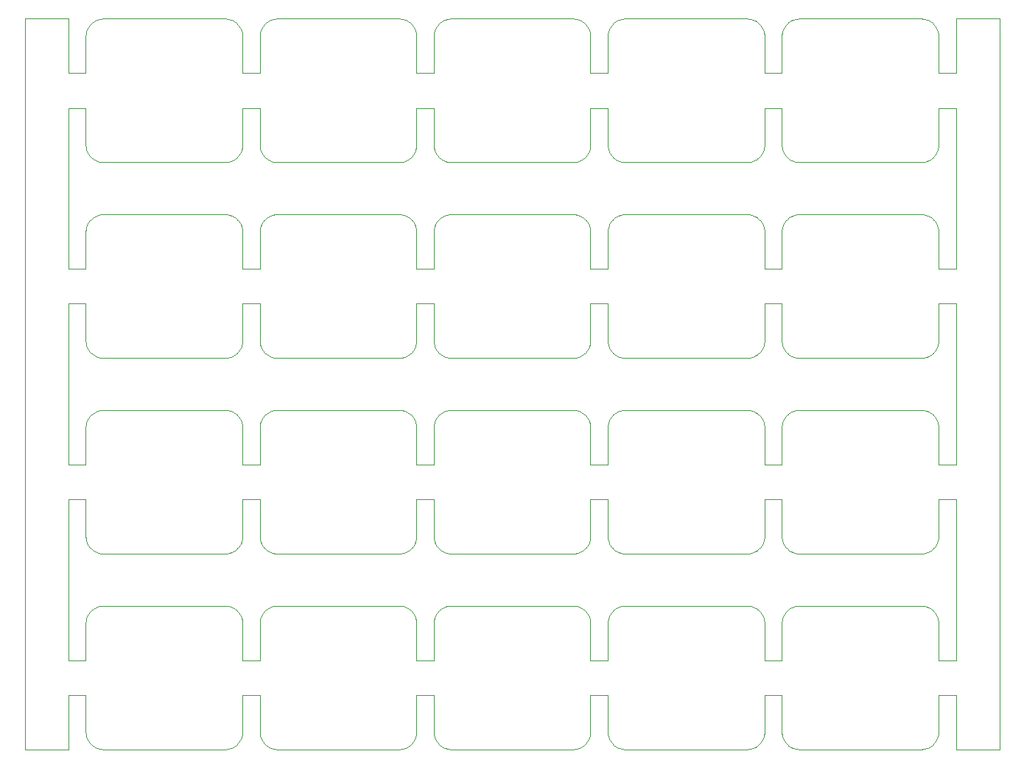
<source format=gm1>
%TF.GenerationSoftware,KiCad,Pcbnew,8.0.4*%
%TF.CreationDate,2024-12-20T12:35:40+08:00*%
%TF.ProjectId,c3-type-c-out-panelized-output,63332d74-7970-4652-9d63-2d6f75742d70,rev?*%
%TF.SameCoordinates,PX5836c38PY1312d00*%
%TF.FileFunction,Profile,NP*%
%FSLAX46Y46*%
G04 Gerber Fmt 4.6, Leading zero omitted, Abs format (unit mm)*
G04 Created by KiCad (PCBNEW 8.0.4) date 2024-12-20 12:35:40*
%MOMM*%
%LPD*%
G01*
G04 APERTURE LIST*
%TA.AperFunction,Profile*%
%ADD10C,0.100000*%
%TD*%
G04 APERTURE END LIST*
D10*
X88698144Y-22523063D02*
X88598402Y-22540940D01*
X84582551Y-23275788D02*
X84518516Y-23197255D01*
X63789711Y-22662084D02*
X63695610Y-22624495D01*
X84998433Y-59601298D02*
X85001000Y-59500000D01*
X104937154Y-82501305D02*
X104960059Y-82402597D01*
X64450585Y-68122066D02*
X64378933Y-68050414D01*
X46000000Y-28750000D02*
X45001000Y-28750000D01*
X8402273Y-16408278D02*
X8499694Y-16436154D01*
X7092721Y-37598726D02*
X7125495Y-37694610D01*
X88306389Y-67624495D02*
X88212288Y-67662084D01*
X27623066Y-45550414D02*
X27551414Y-45622066D01*
X84303744Y-16017516D02*
X84378933Y-15949585D01*
X104838915Y-23711288D02*
X104796609Y-23619211D01*
X67303711Y-15557928D02*
X67359473Y-15642536D01*
X85001000Y-51250000D02*
X85001000Y-47000000D01*
X104303744Y-83517516D02*
X104378933Y-83449585D01*
X87359473Y-83142536D02*
X87419448Y-83224211D01*
X67024063Y-1697144D02*
X67011261Y-1797663D01*
X86002000Y-10250000D02*
X87001000Y-10250000D01*
X67205390Y-37880788D02*
X67252306Y-37970603D01*
X67205390Y-1119211D02*
X67163084Y-1211288D01*
X28306389Y-45124495D02*
X28212288Y-45162084D01*
X24058928Y-16197288D02*
X24143536Y-16141526D01*
X83502305Y-22563845D02*
X83403597Y-22540940D01*
X27163084Y-68711288D02*
X27125495Y-68805389D01*
X87024063Y-69197144D02*
X87011261Y-69297663D01*
X23971603Y-22751306D02*
X23881788Y-22704390D01*
X44303744Y-16017516D02*
X44378933Y-15949585D01*
X47303711Y-15557928D02*
X47359473Y-15642536D01*
X63599726Y-91721D02*
X63502305Y-63845D01*
X84450585Y-68122066D02*
X84378933Y-68050414D01*
X88798663Y-16489738D02*
X88899701Y-16497433D01*
X27943071Y-302711D02*
X27858463Y-358473D01*
X68402273Y-61408278D02*
X68499694Y-61436154D01*
X43102298Y-22502566D02*
X43001000Y-22500000D01*
X103203336Y-45010261D02*
X103102298Y-45002566D01*
X27551414Y-45622066D02*
X27483483Y-45697255D01*
X84450585Y-15877933D02*
X84518516Y-15802744D01*
X7001000Y-28750000D02*
X5000000Y-28750000D01*
X87623066Y-83449585D02*
X87698255Y-83517516D01*
X48306389Y-45124495D02*
X48212288Y-45162084D01*
X63881788Y-61295609D02*
X63971603Y-61248693D01*
X84642526Y-23357463D02*
X84582551Y-23275788D01*
X23971603Y-67751306D02*
X23881788Y-67704390D01*
X83971603Y-61248693D02*
X84058928Y-61197288D01*
X24876504Y-82694610D02*
X24909278Y-82598726D01*
X84058928Y-67802711D02*
X83971603Y-67751306D01*
X67623066Y-15949585D02*
X67698255Y-16017516D01*
X26000000Y-28750000D02*
X25001000Y-28750000D01*
X67551414Y-83377933D02*
X67623066Y-83449585D01*
X68306389Y-83875504D02*
X68402273Y-83908278D01*
X88212288Y-67662084D02*
X88120211Y-67704390D01*
X27303711Y-60557928D02*
X27359473Y-60642536D01*
X88306389Y-16375504D02*
X88402273Y-16408278D01*
X103403597Y-22540940D02*
X103303855Y-22523063D01*
X67041940Y-82402597D02*
X67064845Y-82501305D01*
X47252306Y-15470603D02*
X47303711Y-15557928D01*
X64990738Y-14702336D02*
X64998433Y-14601298D01*
X24998433Y-24398701D02*
X24990738Y-24297663D01*
X83502305Y-38936154D02*
X83599726Y-38908278D01*
X44225211Y-418448D02*
X44143536Y-358473D01*
X27024063Y-14802855D02*
X27041940Y-14902597D01*
X104582551Y-15724211D02*
X104642526Y-15642536D01*
X104838915Y-60288711D02*
X104876504Y-60194610D01*
X67125495Y-46305389D02*
X67092721Y-46401273D01*
X7001000Y-55250000D02*
X7001000Y-59500000D01*
X9001000Y-61500000D02*
X23001000Y-61500000D01*
X83881788Y-22704390D02*
X83789711Y-22662084D01*
X87551414Y-23122066D02*
X87483483Y-23197255D01*
X103102298Y-61497433D02*
X103203336Y-61489738D01*
X104303744Y-38517516D02*
X104378933Y-38449585D01*
X87003566Y-46898701D02*
X87001000Y-47000000D01*
X104450585Y-622066D02*
X104378933Y-550414D01*
X67205390Y-46119211D02*
X67163084Y-46211288D01*
X67623066Y-38449585D02*
X67698255Y-38517516D01*
X67776788Y-16081551D02*
X67858463Y-16141526D01*
X67125495Y-23805389D02*
X67092721Y-23901273D01*
X43695610Y-67624495D02*
X43599726Y-67591721D01*
X68499694Y-83936154D02*
X68598402Y-83959059D01*
X87125495Y-1305389D02*
X87092721Y-1401273D01*
X87776788Y-418448D02*
X87698255Y-482483D01*
X46000000Y-32750000D02*
X46002000Y-32750000D01*
X104642526Y-45857463D02*
X104582551Y-45775788D01*
X23001000Y0D02*
X9001000Y0D01*
X47125495Y-68805389D02*
X47092721Y-68901273D01*
X83789711Y-83837915D02*
X83881788Y-83795609D01*
X63789711Y-83837915D02*
X63881788Y-83795609D01*
X44876504Y-23805389D02*
X44838915Y-23711288D01*
X47483483Y-38302744D02*
X47551414Y-38377933D01*
X44937154Y-1498694D02*
X44909278Y-1401273D01*
X8212288Y-22662084D02*
X8120211Y-22704390D01*
X88798663Y-67510261D02*
X88698144Y-67523063D01*
X7003566Y-37101298D02*
X7011261Y-37202336D01*
X88798663Y-45010261D02*
X88698144Y-45023063D01*
X84698288Y-60557928D02*
X84749693Y-60470603D01*
X87003566Y-82101298D02*
X87011261Y-82202336D01*
X24960059Y-59902597D02*
X24977936Y-59802855D01*
X67024063Y-14802855D02*
X67041940Y-14902597D01*
X24378933Y-45550414D02*
X24303744Y-45482483D01*
X105001000Y-47000000D02*
X104998433Y-46898701D01*
X84582551Y-45775788D02*
X84518516Y-45697255D01*
X47776788Y-418448D02*
X47698255Y-482483D01*
X43971603Y-251306D02*
X43881788Y-204390D01*
X43971603Y-16248693D02*
X44058928Y-16197288D01*
X87252306Y-37970603D02*
X87303711Y-38057928D01*
X87205390Y-60380788D02*
X87252306Y-60470603D01*
X87303711Y-942071D02*
X87252306Y-1029396D01*
X24378933Y-38449585D02*
X24450585Y-38377933D01*
X23303855Y-67523063D02*
X23203336Y-67510261D01*
X84378933Y-38449585D02*
X84450585Y-38377933D01*
X64909278Y-1401273D02*
X64876504Y-1305389D01*
X44518516Y-60802744D02*
X44582551Y-60724211D01*
X27359473Y-68357463D02*
X27303711Y-68442071D01*
X23789711Y-162084D02*
X23695610Y-124495D01*
X87003566Y-37101298D02*
X87011261Y-37202336D01*
X43001000Y-16500000D02*
X43102298Y-16497433D01*
X83971603Y-45251306D02*
X83881788Y-45204390D01*
X8899701Y-2566D02*
X8798663Y-10261D01*
X47359473Y-83142536D02*
X47419448Y-83224211D01*
X7359473Y-83142536D02*
X7419448Y-83224211D01*
X27623066Y-550414D02*
X27551414Y-622066D01*
X83599726Y-22591721D02*
X83502305Y-22563845D01*
X27776788Y-38581551D02*
X27858463Y-38641526D01*
X67001000Y-59500000D02*
X67003566Y-59601298D01*
X103102298Y-45002566D02*
X103001000Y-45000000D01*
X63303855Y-38976936D02*
X63403597Y-38959059D01*
X7041940Y-37402597D02*
X7064845Y-37501305D01*
X84749693Y-82970603D02*
X84796609Y-82880788D01*
X68306389Y-124495D02*
X68212288Y-162084D01*
X87064845Y-60001305D02*
X87092721Y-60098726D01*
X27205390Y-46119211D02*
X27163084Y-46211288D01*
X105001000Y-73750000D02*
X105001000Y-69500000D01*
X86000000Y-32750000D02*
X86002000Y-32750000D01*
X84582551Y-60724211D02*
X84642526Y-60642536D01*
X24582551Y-60724211D02*
X24642526Y-60642536D01*
X43599726Y-61408278D02*
X43695610Y-61375504D01*
X43203336Y-45010261D02*
X43102298Y-45002566D01*
X67024063Y-46697144D02*
X67011261Y-46797663D01*
X47064845Y-15001305D02*
X47092721Y-15098726D01*
X107002000Y-28750000D02*
X105001000Y-28750000D01*
X7252306Y-23529396D02*
X7205390Y-23619211D01*
X83001000Y-45000000D02*
X69001000Y-45000000D01*
X44303744Y-67982483D02*
X44225211Y-67918448D01*
X44303744Y-482483D02*
X44225211Y-418448D01*
X7252306Y-46029396D02*
X7205390Y-46119211D01*
X104058928Y-61197288D02*
X104143536Y-61141526D01*
X29001000Y-61500000D02*
X43001000Y-61500000D01*
X27252306Y-37970603D02*
X27303711Y-38057928D01*
X104698288Y-83057928D02*
X104749693Y-82970603D01*
X47011261Y-82202336D02*
X47024063Y-82302855D01*
X44998433Y-24398701D02*
X44990738Y-24297663D01*
X84838915Y-68711288D02*
X84796609Y-68619211D01*
X27163084Y-37788711D02*
X27205390Y-37880788D01*
X88598402Y-61459059D02*
X88698144Y-61476936D01*
X105001000Y-6250000D02*
X105001000Y-2000000D01*
X44876504Y-82694610D02*
X44909278Y-82598726D01*
X43303855Y-38976936D02*
X43403597Y-38959059D01*
X27943071Y-38697288D02*
X28030396Y-38748693D01*
X64909278Y-15098726D02*
X64937154Y-15001305D01*
X84749693Y-37970603D02*
X84796609Y-37880788D01*
X27359473Y-15642536D02*
X27419448Y-15724211D01*
X66000000Y-73750000D02*
X65001000Y-73750000D01*
X87003566Y-24398701D02*
X87001000Y-24500000D01*
X64303744Y-482483D02*
X64225211Y-418448D01*
X48899701Y-67502566D02*
X48798663Y-67510261D01*
X28402273Y-67591721D02*
X28306389Y-67624495D01*
X86002000Y-51250000D02*
X86000000Y-51250000D01*
X84450585Y-622066D02*
X84378933Y-550414D01*
X43102298Y-61497433D02*
X43203336Y-61489738D01*
X87064845Y-1498694D02*
X87041940Y-1597402D01*
X26002000Y-51250000D02*
X26000000Y-51250000D01*
X43789711Y-67662084D02*
X43695610Y-67624495D01*
X27003566Y-82101298D02*
X27011261Y-82202336D01*
X83881788Y-38795609D02*
X83971603Y-38748693D01*
X85001000Y-55250000D02*
X86000000Y-55250000D01*
X84058928Y-302711D02*
X83971603Y-251306D01*
X44582551Y-60724211D02*
X44642526Y-60642536D01*
X87359473Y-15642536D02*
X87419448Y-15724211D01*
X84378933Y-68050414D02*
X84303744Y-67982483D01*
X47252306Y-60470603D02*
X47303711Y-60557928D01*
X9001000Y-22500000D02*
X8899701Y-22502566D01*
X104960059Y-24097402D02*
X104937154Y-23998694D01*
X24642526Y-68357463D02*
X24582551Y-68275788D01*
X83303855Y-16476936D02*
X83403597Y-16459059D01*
X47001000Y-69500000D02*
X47001000Y-73750000D01*
X84378933Y-45550414D02*
X84303744Y-45482483D01*
X48402273Y-67591721D02*
X48306389Y-67624495D01*
X67003566Y-24398701D02*
X67001000Y-24500000D01*
X28698144Y-45023063D02*
X28598402Y-45040940D01*
X84582551Y-775788D02*
X84518516Y-697255D01*
X48899701Y-61497433D02*
X49001000Y-61500000D01*
X24838915Y-37788711D02*
X24876504Y-37694610D01*
X47698255Y-22982483D02*
X47623066Y-23050414D01*
X47419448Y-60724211D02*
X47483483Y-60802744D01*
X44909278Y-1401273D02*
X44876504Y-1305389D01*
X24058928Y-38697288D02*
X24143536Y-38641526D01*
X29001000Y-84000000D02*
X43001000Y-84000000D01*
X104058928Y-302711D02*
X103971603Y-251306D01*
X43502305Y-83936154D02*
X43599726Y-83908278D01*
X24582551Y-45775788D02*
X24518516Y-45697255D01*
X8798663Y-38989738D02*
X8899701Y-38997433D01*
X64990738Y-24297663D02*
X64977936Y-24197144D01*
X47125495Y-46305389D02*
X47092721Y-46401273D01*
X63203336Y-16489738D02*
X63303855Y-16476936D01*
X43403597Y-40940D02*
X43303855Y-23063D01*
X27092721Y-23901273D02*
X27064845Y-23998694D01*
X84876504Y-60194610D02*
X84909278Y-60098726D01*
X87125495Y-68805389D02*
X87092721Y-68901273D01*
X84876504Y-1305389D02*
X84838915Y-1211288D01*
X103502305Y-22563845D02*
X103403597Y-22540940D01*
X86000000Y-77750000D02*
X86002000Y-77750000D01*
X83303855Y-83976936D02*
X83403597Y-83959059D01*
X104937154Y-68998694D02*
X104909278Y-68901273D01*
X47359473Y-45857463D02*
X47303711Y-45942071D01*
X43502305Y-61436154D02*
X43599726Y-61408278D01*
X87001000Y-6250000D02*
X86002000Y-6250000D01*
X24909278Y-15098726D02*
X24937154Y-15001305D01*
X44977936Y-59802855D02*
X44990738Y-59702336D01*
X44977936Y-37302855D02*
X44990738Y-37202336D01*
X83695610Y-67624495D02*
X83599726Y-67591721D01*
X84998433Y-14601298D02*
X85001000Y-14500000D01*
X47163084Y-37788711D02*
X47205390Y-37880788D01*
X83203336Y-83989738D02*
X83303855Y-83976936D01*
X47064845Y-68998694D02*
X47041940Y-69097402D01*
X26000000Y-55250000D02*
X26002000Y-55250000D01*
X67858463Y-358473D02*
X67776788Y-418448D01*
X27943071Y-16197288D02*
X28030396Y-16248693D01*
X25001000Y-59500000D02*
X25001000Y-55250000D01*
X24450585Y-68122066D02*
X24378933Y-68050414D01*
X27163084Y-82788711D02*
X27205390Y-82880788D01*
X47623066Y-68050414D02*
X47551414Y-68122066D01*
X27551414Y-38377933D02*
X27623066Y-38449585D01*
X24058928Y-302711D02*
X23971603Y-251306D01*
X104225211Y-22918448D02*
X104143536Y-22858473D01*
X7011261Y-69297663D02*
X7003566Y-69398701D01*
X84796609Y-82880788D02*
X84838915Y-82788711D01*
X104582551Y-83224211D02*
X104642526Y-83142536D01*
X104143536Y-45358473D02*
X104058928Y-45302711D01*
X47698255Y-83517516D02*
X47776788Y-83581551D01*
X23695610Y-38875504D02*
X23789711Y-38837915D01*
X7024063Y-82302855D02*
X7041940Y-82402597D01*
X68030396Y-45251306D02*
X67943071Y-45302711D01*
X8030396Y-83748693D02*
X8120211Y-83795609D01*
X44876504Y-1305389D02*
X44838915Y-1211288D01*
X67359473Y-45857463D02*
X67303711Y-45942071D01*
X68499694Y-22563845D02*
X68402273Y-22591721D01*
X87205390Y-68619211D02*
X87163084Y-68711288D01*
X48598402Y-38959059D02*
X48698144Y-38976936D01*
X68120211Y-204390D02*
X68030396Y-251306D01*
X67205390Y-15380788D02*
X67252306Y-15470603D01*
X49001000Y-61500000D02*
X63001000Y-61500000D01*
X67163084Y-37788711D02*
X67205390Y-37880788D01*
X43001000Y-61500000D02*
X43102298Y-61497433D01*
X64143536Y-38641526D02*
X64225211Y-38581551D01*
X28698144Y-16476936D02*
X28798663Y-16489738D01*
X27024063Y-24197144D02*
X27011261Y-24297663D01*
X24642526Y-23357463D02*
X24582551Y-23275788D01*
X105001000Y-28750000D02*
X105001000Y-24500000D01*
X48798663Y-22510261D02*
X48698144Y-22523063D01*
X84838915Y-46211288D02*
X84796609Y-46119211D01*
X27359473Y-38142536D02*
X27419448Y-38224211D01*
X65001000Y-59500000D02*
X65001000Y-55250000D01*
X84450585Y-45622066D02*
X84378933Y-45550414D01*
X88402273Y-61408278D02*
X88499694Y-61436154D01*
X47163084Y-46211288D02*
X47125495Y-46305389D01*
X104876504Y-60194610D02*
X104909278Y-60098726D01*
X83502305Y-61436154D02*
X83599726Y-61408278D01*
X45001000Y-28750000D02*
X45001000Y-24500000D01*
X47776788Y-83581551D02*
X47858463Y-83641526D01*
X84582551Y-15724211D02*
X84642526Y-15642536D01*
X84876504Y-82694610D02*
X84909278Y-82598726D01*
X7698255Y-67982483D02*
X7623066Y-68050414D01*
X27041940Y-82402597D02*
X27064845Y-82501305D01*
X7003566Y-46898701D02*
X7001000Y-47000000D01*
X45001000Y-51250000D02*
X45001000Y-47000000D01*
X67858463Y-61141526D02*
X67943071Y-61197288D01*
X24642526Y-857463D02*
X24582551Y-775788D01*
X48598402Y-40940D02*
X48499694Y-63845D01*
X67776788Y-61081551D02*
X67858463Y-61141526D01*
X69001000Y-45000000D02*
X68899701Y-45002566D01*
X104998433Y-14601298D02*
X105001000Y-14500000D01*
X104749693Y-46029396D02*
X104698288Y-45942071D01*
X44225211Y-22918448D02*
X44143536Y-22858473D01*
X104796609Y-15380788D02*
X104838915Y-15288711D01*
X7623066Y-550414D02*
X7551414Y-622066D01*
X68798663Y-22510261D02*
X68698144Y-22523063D01*
X27003566Y-69398701D02*
X27001000Y-69500000D01*
X49001000Y-45000000D02*
X48899701Y-45002566D01*
X103403597Y-61459059D02*
X103502305Y-61436154D01*
X44749693Y-82970603D02*
X44796609Y-82880788D01*
X24838915Y-82788711D02*
X24876504Y-82694610D01*
X83403597Y-61459059D02*
X83502305Y-61436154D01*
X24058928Y-45302711D02*
X23971603Y-45251306D01*
X64876504Y-37694610D02*
X64909278Y-37598726D01*
X23001000Y-22500000D02*
X9001000Y-22500000D01*
X87024063Y-46697144D02*
X87011261Y-46797663D01*
X8120211Y-83795609D02*
X8212288Y-83837915D01*
X48120211Y-67704390D02*
X48030396Y-67751306D01*
X84225211Y-45418448D02*
X84143536Y-45358473D01*
X87252306Y-15470603D02*
X87303711Y-15557928D01*
X46002000Y-32750000D02*
X47001000Y-32750000D01*
X103203336Y-61489738D02*
X103303855Y-61476936D01*
X88899701Y-61497433D02*
X89001000Y-61500000D01*
X83203336Y-38989738D02*
X83303855Y-38976936D01*
X86000000Y-55250000D02*
X86002000Y-55250000D01*
X43403597Y-67540940D02*
X43303855Y-67523063D01*
X63303855Y-83976936D02*
X63403597Y-83959059D01*
X7205390Y-68619211D02*
X7163084Y-68711288D01*
X27698255Y-61017516D02*
X27776788Y-61081551D01*
X87419448Y-83224211D02*
X87483483Y-83302744D01*
X87419448Y-15724211D02*
X87483483Y-15802744D01*
X44937154Y-68998694D02*
X44909278Y-68901273D01*
X27125495Y-15194610D02*
X27163084Y-15288711D01*
X28899701Y-16497433D02*
X29001000Y-16500000D01*
X47776788Y-16081551D02*
X47858463Y-16141526D01*
X9001000Y-39000000D02*
X23001000Y-39000000D01*
X43203336Y-61489738D02*
X43303855Y-61476936D01*
X63599726Y-83908278D02*
X63695610Y-83875504D01*
X24838915Y-68711288D02*
X24796609Y-68619211D01*
X25001000Y-55250000D02*
X26000000Y-55250000D01*
X7698255Y-61017516D02*
X7776788Y-61081551D01*
X87776788Y-83581551D02*
X87858463Y-83641526D01*
X48598402Y-22540940D02*
X48499694Y-22563845D01*
X47698255Y-16017516D02*
X47776788Y-16081551D01*
X24143536Y-61141526D02*
X24225211Y-61081551D01*
X88798663Y-61489738D02*
X88899701Y-61497433D01*
X64582551Y-45775788D02*
X64518516Y-45697255D01*
X47041940Y-46597402D02*
X47024063Y-46697144D01*
X7001000Y-69500000D02*
X7001000Y-73750000D01*
X84838915Y-37788711D02*
X84876504Y-37694610D01*
X44303744Y-45482483D02*
X44225211Y-45418448D01*
X84642526Y-45857463D02*
X84582551Y-45775788D01*
X7419448Y-60724211D02*
X7483483Y-60802744D01*
X64977936Y-37302855D02*
X64990738Y-37202336D01*
X63203336Y-83989738D02*
X63303855Y-83976936D01*
X87359473Y-60642536D02*
X87419448Y-60724211D01*
X84698288Y-23442071D02*
X84642526Y-23357463D01*
X86000000Y-73750000D02*
X85001000Y-73750000D01*
X7011261Y-1797663D02*
X7003566Y-1898701D01*
X85001000Y-37000000D02*
X85001000Y-32750000D01*
X84796609Y-68619211D02*
X84749693Y-68529396D01*
X44998433Y-14601298D02*
X45001000Y-14500000D01*
X103599726Y-38908278D02*
X103695610Y-38875504D01*
X67001000Y-77750000D02*
X67001000Y-82000000D01*
X103695610Y-16375504D02*
X103789711Y-16337915D01*
X24796609Y-68619211D02*
X24749693Y-68529396D01*
X27303711Y-45942071D02*
X27252306Y-46029396D01*
X64990738Y-59702336D02*
X64998433Y-59601298D01*
X5000000Y-28750000D02*
X5000000Y-10250000D01*
X104058928Y-83697288D02*
X104143536Y-83641526D01*
X67359473Y-83142536D02*
X67419448Y-83224211D01*
X103695610Y-22624495D02*
X103599726Y-22591721D01*
X48899701Y-16497433D02*
X49001000Y-16500000D01*
X83403597Y-16459059D02*
X83502305Y-16436154D01*
X47419448Y-15724211D02*
X47483483Y-15802744D01*
X67359473Y-38142536D02*
X67419448Y-38224211D01*
X23303855Y-61476936D02*
X23403597Y-61459059D01*
X87698255Y-482483D02*
X87623066Y-550414D01*
X103203336Y-22510261D02*
X103102298Y-22502566D01*
X63599726Y-22591721D02*
X63502305Y-22563845D01*
X25001000Y-28750000D02*
X25001000Y-24500000D01*
X44876504Y-37694610D02*
X44909278Y-37598726D01*
X8212288Y-67662084D02*
X8120211Y-67704390D01*
X27003566Y-46898701D02*
X27001000Y-47000000D01*
X27163084Y-46211288D02*
X27125495Y-46305389D01*
X88306389Y-124495D02*
X88212288Y-162084D01*
X63789711Y-61337915D02*
X63881788Y-61295609D01*
X103403597Y-45040940D02*
X103303855Y-45023063D01*
X24990738Y-1797663D02*
X24977936Y-1697144D01*
X27001000Y-47000000D02*
X27001000Y-51250000D01*
X103789711Y-16337915D02*
X103881788Y-16295609D01*
X87011261Y-46797663D02*
X87003566Y-46898701D01*
X23599726Y-91721D02*
X23502305Y-63845D01*
X27205390Y-1119211D02*
X27163084Y-1211288D01*
X44143536Y-16141526D02*
X44225211Y-16081551D01*
X64582551Y-83224211D02*
X64642526Y-83142536D01*
X84937154Y-60001305D02*
X84960059Y-59902597D01*
X7698255Y-482483D02*
X7623066Y-550414D01*
X64518516Y-68197255D02*
X64450585Y-68122066D01*
X7205390Y-60380788D02*
X7252306Y-60470603D01*
X44909278Y-46401273D02*
X44876504Y-46305389D01*
X47858463Y-67858473D02*
X47776788Y-67918448D01*
X84990738Y-69297663D02*
X84977936Y-69197144D01*
X63203336Y-22510261D02*
X63102298Y-22502566D01*
X87419448Y-60724211D02*
X87483483Y-60802744D01*
X104960059Y-37402597D02*
X104977936Y-37302855D01*
X23303855Y-45023063D02*
X23203336Y-45010261D01*
X67001000Y-24500000D02*
X67001000Y-28750000D01*
X104518516Y-60802744D02*
X104582551Y-60724211D01*
X24990738Y-82202336D02*
X24998433Y-82101298D01*
X27698255Y-482483D02*
X27623066Y-550414D01*
X68212288Y-83837915D02*
X68306389Y-83875504D01*
X87001000Y-82000000D02*
X87003566Y-82101298D01*
X83881788Y-16295609D02*
X83971603Y-16248693D01*
X68899701Y-83997433D02*
X69001000Y-84000000D01*
X48499694Y-38936154D02*
X48598402Y-38959059D01*
X69001000Y-61500000D02*
X83001000Y-61500000D01*
X47003566Y-24398701D02*
X47001000Y-24500000D01*
X104518516Y-697255D02*
X104450585Y-622066D01*
X28798663Y-16489738D02*
X28899701Y-16497433D01*
X44937154Y-46498694D02*
X44909278Y-46401273D01*
X24937154Y-15001305D02*
X24960059Y-14902597D01*
X67092721Y-46401273D02*
X67064845Y-46498694D01*
X27064845Y-68998694D02*
X27041940Y-69097402D01*
X86002000Y-32750000D02*
X87001000Y-32750000D01*
X7163084Y-37788711D02*
X7205390Y-37880788D01*
X68499694Y-67563845D02*
X68402273Y-67591721D01*
X65001000Y-77750000D02*
X66000000Y-77750000D01*
X64909278Y-60098726D02*
X64937154Y-60001305D01*
X66002000Y-28750000D02*
X66000000Y-28750000D01*
X88499694Y-16436154D02*
X88598402Y-16459059D01*
X44642526Y-45857463D02*
X44582551Y-45775788D01*
X27551414Y-15877933D02*
X27623066Y-15949585D01*
X44876504Y-46305389D02*
X44838915Y-46211288D01*
X104838915Y-15288711D02*
X104876504Y-15194610D01*
X84749693Y-46029396D02*
X84698288Y-45942071D01*
X47092721Y-60098726D02*
X47125495Y-60194610D01*
X63971603Y-83748693D02*
X64058928Y-83697288D01*
X47359473Y-15642536D02*
X47419448Y-15724211D01*
X43599726Y-16408278D02*
X43695610Y-16375504D01*
X67064845Y-37501305D02*
X67092721Y-37598726D01*
X44990738Y-37202336D02*
X44998433Y-37101298D01*
X84960059Y-69097402D02*
X84937154Y-68998694D01*
X47125495Y-23805389D02*
X47092721Y-23901273D01*
X68120211Y-16295609D02*
X68212288Y-16337915D01*
X68030396Y-67751306D02*
X67943071Y-67802711D01*
X88499694Y-61436154D02*
X88598402Y-61459059D01*
X67001000Y-10250000D02*
X67001000Y-14500000D01*
X83971603Y-251306D02*
X83881788Y-204390D01*
X67163084Y-68711288D02*
X67125495Y-68805389D01*
X8698144Y-83976936D02*
X8798663Y-83989738D01*
X104518516Y-83302744D02*
X104582551Y-83224211D01*
X104518516Y-45697255D02*
X104450585Y-45622066D01*
X25001000Y-69500000D02*
X24998433Y-69398701D01*
X7001000Y-6250000D02*
X5000000Y-6250000D01*
X68306389Y-45124495D02*
X68212288Y-45162084D01*
X47001000Y-14500000D02*
X47003566Y-14601298D01*
X44990738Y-14702336D02*
X44998433Y-14601298D01*
X28120211Y-22704390D02*
X28030396Y-22751306D01*
X24977936Y-59802855D02*
X24990738Y-59702336D01*
X8598402Y-16459059D02*
X8698144Y-16476936D01*
X64303744Y-38517516D02*
X64378933Y-38449585D01*
X43403597Y-45040940D02*
X43303855Y-45023063D01*
X47419448Y-83224211D02*
X47483483Y-83302744D01*
X87419448Y-775788D02*
X87359473Y-857463D01*
X25001000Y-10250000D02*
X26000000Y-10250000D01*
X84960059Y-1597402D02*
X84937154Y-1498694D01*
X28598402Y-61459059D02*
X28698144Y-61476936D01*
X23303855Y-16476936D02*
X23403597Y-16459059D01*
X8698144Y-23063D02*
X8598402Y-40940D01*
X64937154Y-46498694D02*
X64909278Y-46401273D01*
X69001000Y-22500000D02*
X68899701Y-22502566D01*
X44582551Y-68275788D02*
X44518516Y-68197255D01*
X27011261Y-69297663D02*
X27003566Y-69398701D01*
X44058928Y-61197288D02*
X44143536Y-61141526D01*
X8698144Y-45023063D02*
X8598402Y-45040940D01*
X28499694Y-16436154D02*
X28598402Y-16459059D01*
X103599726Y-83908278D02*
X103695610Y-83875504D01*
X7698255Y-22982483D02*
X7623066Y-23050414D01*
X88402273Y-45091721D02*
X88306389Y-45124495D01*
X85001000Y-77750000D02*
X86000000Y-77750000D01*
X47163084Y-68711288D02*
X47125495Y-68805389D01*
X28120211Y-38795609D02*
X28212288Y-38837915D01*
X63203336Y-67510261D02*
X63102298Y-67502566D01*
X7001000Y-37000000D02*
X7003566Y-37101298D01*
X44518516Y-38302744D02*
X44582551Y-38224211D01*
X7024063Y-46697144D02*
X7011261Y-46797663D01*
X87359473Y-38142536D02*
X87419448Y-38224211D01*
X104990738Y-37202336D02*
X104998433Y-37101298D01*
X23502305Y-45063845D02*
X23403597Y-45040940D01*
X64876504Y-1305389D02*
X64838915Y-1211288D01*
X103789711Y-38837915D02*
X103881788Y-38795609D01*
X47003566Y-1898701D02*
X47001000Y-2000000D01*
X28598402Y-38959059D02*
X28698144Y-38976936D01*
X8899701Y-22502566D02*
X8798663Y-22510261D01*
X64977936Y-14802855D02*
X64990738Y-14702336D01*
X104960059Y-46597402D02*
X104937154Y-46498694D01*
X24582551Y-23275788D02*
X24518516Y-23197255D01*
X67125495Y-15194610D02*
X67163084Y-15288711D01*
X0Y-84000000D02*
X5000000Y-84000000D01*
X47011261Y-69297663D02*
X47003566Y-69398701D01*
X67011261Y-69297663D02*
X67003566Y-69398701D01*
X43203336Y-83989738D02*
X43303855Y-83976936D01*
X68798663Y-45010261D02*
X68698144Y-45023063D01*
X5000000Y-32750000D02*
X7001000Y-32750000D01*
X7943071Y-38697288D02*
X8030396Y-38748693D01*
X27011261Y-1797663D02*
X27003566Y-1898701D01*
X84876504Y-37694610D02*
X84909278Y-37598726D01*
X7003566Y-59601298D02*
X7011261Y-59702336D01*
X83102298Y-67502566D02*
X83001000Y-67500000D01*
X88402273Y-22591721D02*
X88306389Y-22624495D01*
X83001000Y0D02*
X69001000Y0D01*
X87041940Y-24097402D02*
X87024063Y-24197144D01*
X44990738Y-1797663D02*
X44977936Y-1697144D01*
X88598402Y-83959059D02*
X88698144Y-83976936D01*
X87125495Y-46305389D02*
X87092721Y-46401273D01*
X67419448Y-60724211D02*
X67483483Y-60802744D01*
X68899701Y-61497433D02*
X69001000Y-61500000D01*
X44143536Y-67858473D02*
X44058928Y-67802711D01*
X65001000Y-32750000D02*
X66000000Y-32750000D01*
X43303855Y-22523063D02*
X43203336Y-22510261D01*
X23881788Y-83795609D02*
X23971603Y-83748693D01*
X23102298Y-61497433D02*
X23203336Y-61489738D01*
X67125495Y-82694610D02*
X67163084Y-82788711D01*
X47205390Y-37880788D02*
X47252306Y-37970603D01*
X87011261Y-59702336D02*
X87024063Y-59802855D01*
X67252306Y-15470603D02*
X67303711Y-15557928D01*
X8306389Y-45124495D02*
X8212288Y-45162084D01*
X67483483Y-38302744D02*
X67551414Y-38377933D01*
X88120211Y-61295609D02*
X88212288Y-61337915D01*
X84225211Y-418448D02*
X84143536Y-358473D01*
X24303744Y-22982483D02*
X24225211Y-22918448D01*
X84518516Y-45697255D02*
X84450585Y-45622066D01*
X47001000Y-51250000D02*
X46002000Y-51250000D01*
X47252306Y-1029396D02*
X47205390Y-1119211D01*
X68306389Y-16375504D02*
X68402273Y-16408278D01*
X68598402Y-22540940D02*
X68499694Y-22563845D01*
X87623066Y-68050414D02*
X87551414Y-68122066D01*
X64058928Y-61197288D02*
X64143536Y-61141526D01*
X43695610Y-124495D02*
X43599726Y-91721D01*
X64960059Y-82402597D02*
X64977936Y-82302855D01*
X47163084Y-1211288D02*
X47125495Y-1305389D01*
X104642526Y-23357463D02*
X104582551Y-23275788D01*
X24990738Y-59702336D02*
X24998433Y-59601298D01*
X44838915Y-68711288D02*
X44796609Y-68619211D01*
X44909278Y-60098726D02*
X44937154Y-60001305D01*
X44642526Y-23357463D02*
X44582551Y-23275788D01*
X48306389Y-22624495D02*
X48212288Y-22662084D01*
X27125495Y-1305389D02*
X27092721Y-1401273D01*
X84225211Y-61081551D02*
X84303744Y-61017516D01*
X103303855Y-61476936D02*
X103403597Y-61459059D01*
X7024063Y-37302855D02*
X7041940Y-37402597D01*
X104749693Y-60470603D02*
X104796609Y-60380788D01*
X7858463Y-61141526D02*
X7943071Y-61197288D01*
X5000000Y-77750000D02*
X7001000Y-77750000D01*
X48899701Y-83997433D02*
X49001000Y-84000000D01*
X24378933Y-550414D02*
X24303744Y-482483D01*
X23789711Y-16337915D02*
X23881788Y-16295609D01*
X88120211Y-22704390D02*
X88030396Y-22751306D01*
X48499694Y-61436154D02*
X48598402Y-61459059D01*
X7776788Y-83581551D02*
X7858463Y-83641526D01*
X44582551Y-38224211D02*
X44642526Y-38142536D01*
X67359473Y-68357463D02*
X67303711Y-68442071D01*
X27698255Y-83517516D02*
X27776788Y-83581551D01*
X27125495Y-68805389D02*
X27092721Y-68901273D01*
X83102298Y-16497433D02*
X83203336Y-16489738D01*
X47125495Y-15194610D02*
X47163084Y-15288711D01*
X87024063Y-1697144D02*
X87011261Y-1797663D01*
X45001000Y-69500000D02*
X44998433Y-69398701D01*
X68698144Y-23063D02*
X68598402Y-40940D01*
X47001000Y-37000000D02*
X47003566Y-37101298D01*
X87858463Y-38641526D02*
X87943071Y-38697288D01*
X44990738Y-46797663D02*
X44977936Y-46697144D01*
X28212288Y-45162084D02*
X28120211Y-45204390D01*
X64378933Y-38449585D02*
X64450585Y-38377933D01*
X63303855Y-23063D02*
X63203336Y-10261D01*
X105001000Y-2000000D02*
X104998433Y-1898701D01*
X43695610Y-16375504D02*
X43789711Y-16337915D01*
X84998433Y-69398701D02*
X84990738Y-69297663D01*
X104998433Y-1898701D02*
X104990738Y-1797663D01*
X7001000Y-77750000D02*
X7001000Y-82000000D01*
X103599726Y-67591721D02*
X103502305Y-67563845D01*
X64977936Y-59802855D02*
X64990738Y-59702336D01*
X87205390Y-23619211D02*
X87163084Y-23711288D01*
X87776788Y-38581551D02*
X87858463Y-38641526D01*
X47001000Y-77750000D02*
X47001000Y-82000000D01*
X44518516Y-697255D02*
X44450585Y-622066D01*
X67551414Y-622066D02*
X67483483Y-697255D01*
X23695610Y-22624495D02*
X23599726Y-22591721D01*
X103303855Y-23063D02*
X103203336Y-10261D01*
X46000000Y-77750000D02*
X46002000Y-77750000D01*
X67163084Y-23711288D02*
X67125495Y-23805389D01*
X28899701Y-67502566D02*
X28798663Y-67510261D01*
X43502305Y-16436154D02*
X43599726Y-16408278D01*
X65001000Y-55250000D02*
X66000000Y-55250000D01*
X8698144Y-61476936D02*
X8798663Y-61489738D01*
X87623066Y-23050414D02*
X87551414Y-23122066D01*
X27623066Y-15949585D02*
X27698255Y-16017516D01*
X27003566Y-37101298D02*
X27011261Y-37202336D01*
X47092721Y-46401273D02*
X47064845Y-46498694D01*
X103695610Y-61375504D02*
X103789711Y-61337915D01*
X47359473Y-68357463D02*
X47303711Y-68442071D01*
X24225211Y-16081551D02*
X24303744Y-16017516D01*
X47092721Y-37598726D02*
X47125495Y-37694610D01*
X84698288Y-942071D02*
X84642526Y-857463D01*
X24749693Y-60470603D02*
X24796609Y-60380788D01*
X63102298Y-38997433D02*
X63203336Y-38989738D01*
X84977936Y-69197144D02*
X84960059Y-69097402D01*
X104143536Y-22858473D02*
X104058928Y-22802711D01*
X103695610Y-67624495D02*
X103599726Y-67591721D01*
X47001000Y-59500000D02*
X47003566Y-59601298D01*
X43789711Y-162084D02*
X43695610Y-124495D01*
X104582551Y-45775788D02*
X104518516Y-45697255D01*
X7623066Y-83449585D02*
X7698255Y-83517516D01*
X103881788Y-22704390D02*
X103789711Y-22662084D01*
X104937154Y-46498694D02*
X104909278Y-46401273D01*
X104143536Y-38641526D02*
X104225211Y-38581551D01*
X7205390Y-23619211D02*
X7163084Y-23711288D01*
X47001000Y-6250000D02*
X46002000Y-6250000D01*
X64838915Y-15288711D02*
X64876504Y-15194610D01*
X69001000Y-84000000D02*
X83001000Y-84000000D01*
X27011261Y-14702336D02*
X27024063Y-14802855D01*
X7163084Y-68711288D02*
X7125495Y-68805389D01*
X103881788Y-61295609D02*
X103971603Y-61248693D01*
X67419448Y-83224211D02*
X67483483Y-83302744D01*
X87003566Y-1898701D02*
X87001000Y-2000000D01*
X64582551Y-68275788D02*
X64518516Y-68197255D01*
X27252306Y-15470603D02*
X27303711Y-15557928D01*
X47359473Y-23357463D02*
X47303711Y-23442071D01*
X84303744Y-482483D02*
X84225211Y-418448D01*
X24450585Y-45622066D02*
X24378933Y-45550414D01*
X47551414Y-45622066D02*
X47483483Y-45697255D01*
X24998433Y-82101298D02*
X25001000Y-82000000D01*
X8598402Y-38959059D02*
X8698144Y-38976936D01*
X25001000Y-14500000D02*
X25001000Y-10250000D01*
X84642526Y-60642536D02*
X84698288Y-60557928D01*
X67698255Y-67982483D02*
X67623066Y-68050414D01*
X84303744Y-83517516D02*
X84378933Y-83449585D01*
X103789711Y-22662084D02*
X103695610Y-22624495D01*
X63303855Y-67523063D02*
X63203336Y-67510261D01*
X47419448Y-38224211D02*
X47483483Y-38302744D01*
X24909278Y-1401273D02*
X24876504Y-1305389D01*
X67163084Y-60288711D02*
X67205390Y-60380788D01*
X87303711Y-83057928D02*
X87359473Y-83142536D01*
X48402273Y-83908278D02*
X48499694Y-83936154D01*
X64990738Y-82202336D02*
X64998433Y-82101298D01*
X48030396Y-45251306D02*
X47943071Y-45302711D01*
X63789711Y-45162084D02*
X63695610Y-45124495D01*
X45001000Y-32750000D02*
X46000000Y-32750000D01*
X44642526Y-15642536D02*
X44698288Y-15557928D01*
X27359473Y-23357463D02*
X27303711Y-23442071D01*
X48030396Y-22751306D02*
X47943071Y-22802711D01*
X87858463Y-83641526D02*
X87943071Y-83697288D01*
X88499694Y-63845D02*
X88402273Y-91721D01*
X27303711Y-38057928D02*
X27359473Y-38142536D01*
X87698255Y-45482483D02*
X87623066Y-45550414D01*
X7001000Y-24500000D02*
X7001000Y-28750000D01*
X64225211Y-22918448D02*
X64143536Y-22858473D01*
X27252306Y-68529396D02*
X27205390Y-68619211D01*
X47483483Y-23197255D02*
X47419448Y-23275788D01*
X64225211Y-61081551D02*
X64303744Y-61017516D01*
X48598402Y-61459059D02*
X48698144Y-61476936D01*
X84796609Y-46119211D02*
X84749693Y-46029396D01*
X47163084Y-60288711D02*
X47205390Y-60380788D01*
X104960059Y-1597402D02*
X104937154Y-1498694D01*
X8899701Y-45002566D02*
X8798663Y-45010261D01*
X87303711Y-60557928D02*
X87359473Y-60642536D01*
X47303711Y-60557928D02*
X47359473Y-60642536D01*
X84642526Y-38142536D02*
X84698288Y-38057928D01*
X64582551Y-23275788D02*
X64518516Y-23197255D01*
X43303855Y-83976936D02*
X43403597Y-83959059D01*
X87064845Y-23998694D02*
X87041940Y-24097402D01*
X83789711Y-45162084D02*
X83695610Y-45124495D01*
X67003566Y-59601298D02*
X67011261Y-59702336D01*
X68798663Y-83989738D02*
X68899701Y-83997433D01*
X8499694Y-67563845D02*
X8402273Y-67591721D01*
X43881788Y-45204390D02*
X43789711Y-45162084D01*
X8402273Y-67591721D02*
X8306389Y-67624495D01*
X68402273Y-38908278D02*
X68499694Y-38936154D01*
X85001000Y-14500000D02*
X85001000Y-10250000D01*
X26002000Y-32750000D02*
X27001000Y-32750000D01*
X83789711Y-38837915D02*
X83881788Y-38795609D01*
X24143536Y-45358473D02*
X24058928Y-45302711D01*
X88598402Y-45040940D02*
X88499694Y-45063845D01*
X66002000Y-73750000D02*
X66000000Y-73750000D01*
X43102298Y-67502566D02*
X43001000Y-67500000D01*
X87419448Y-68275788D02*
X87359473Y-68357463D01*
X44225211Y-16081551D02*
X44303744Y-16017516D01*
X67943071Y-16197288D02*
X68030396Y-16248693D01*
X84378933Y-550414D02*
X84303744Y-482483D01*
X45001000Y-73750000D02*
X45001000Y-69500000D01*
X87003566Y-14601298D02*
X87011261Y-14702336D01*
X64937154Y-15001305D02*
X64960059Y-14902597D01*
X24225211Y-418448D02*
X24143536Y-358473D01*
X84378933Y-23050414D02*
X84303744Y-22982483D01*
X83599726Y-38908278D02*
X83695610Y-38875504D01*
X88402273Y-91721D02*
X88306389Y-124495D01*
X8598402Y-45040940D02*
X8499694Y-45063845D01*
X47551414Y-23122066D02*
X47483483Y-23197255D01*
X27303711Y-942071D02*
X27252306Y-1029396D01*
X87011261Y-24297663D02*
X87003566Y-24398701D01*
X48212288Y-83837915D02*
X48306389Y-83875504D01*
X7041940Y-82402597D02*
X7064845Y-82501305D01*
X48899701Y-2566D02*
X48798663Y-10261D01*
X8402273Y-91721D02*
X8306389Y-124495D01*
X104518516Y-68197255D02*
X104450585Y-68122066D01*
X47205390Y-1119211D02*
X47163084Y-1211288D01*
X24058928Y-83697288D02*
X24143536Y-83641526D01*
X24990738Y-37202336D02*
X24998433Y-37101298D01*
X47252306Y-68529396D02*
X47205390Y-68619211D01*
X64450585Y-15877933D02*
X64518516Y-15802744D01*
X28212288Y-38837915D02*
X28306389Y-38875504D01*
X24796609Y-15380788D02*
X24838915Y-15288711D01*
X44937154Y-37501305D02*
X44960059Y-37402597D01*
X104058928Y-22802711D02*
X103971603Y-22751306D01*
X27359473Y-45857463D02*
X27303711Y-45942071D01*
X83599726Y-91721D02*
X83502305Y-63845D01*
X24303744Y-38517516D02*
X24378933Y-38449585D01*
X28120211Y-16295609D02*
X28212288Y-16337915D01*
X27163084Y-23711288D02*
X27125495Y-23805389D01*
X47011261Y-59702336D02*
X47024063Y-59802855D01*
X87041940Y-59902597D02*
X87064845Y-60001305D01*
X47092721Y-82598726D02*
X47125495Y-82694610D01*
X64642526Y-68357463D02*
X64582551Y-68275788D01*
X24450585Y-60877933D02*
X24518516Y-60802744D01*
X28306389Y-16375504D02*
X28402273Y-16408278D01*
X104378933Y-83449585D02*
X104450585Y-83377933D01*
X24977936Y-46697144D02*
X24960059Y-46597402D01*
X105001000Y-10250000D02*
X107002000Y-10250000D01*
X88798663Y-22510261D02*
X88698144Y-22523063D01*
X23695610Y-83875504D02*
X23789711Y-83837915D01*
X67483483Y-697255D02*
X67419448Y-775788D01*
X47698255Y-38517516D02*
X47776788Y-38581551D01*
X44642526Y-857463D02*
X44582551Y-775788D01*
X104143536Y-61141526D02*
X104225211Y-61081551D01*
X104990738Y-46797663D02*
X104977936Y-46697144D01*
X44450585Y-83377933D02*
X44518516Y-83302744D01*
X87092721Y-68901273D02*
X87064845Y-68998694D01*
X68120211Y-38795609D02*
X68212288Y-38837915D01*
X107002000Y-6250000D02*
X105001000Y-6250000D01*
X84990738Y-14702336D02*
X84998433Y-14601298D01*
X23695610Y-61375504D02*
X23789711Y-61337915D01*
X24582551Y-15724211D02*
X24642526Y-15642536D01*
X25001000Y-6250000D02*
X25001000Y-2000000D01*
X47011261Y-37202336D02*
X47024063Y-37302855D01*
X104518516Y-38302744D02*
X104582551Y-38224211D01*
X47041940Y-59902597D02*
X47064845Y-60001305D01*
X47252306Y-82970603D02*
X47303711Y-83057928D01*
X65001000Y-28750000D02*
X65001000Y-24500000D01*
X64909278Y-46401273D02*
X64876504Y-46305389D01*
X87064845Y-68998694D02*
X87041940Y-69097402D01*
X84303744Y-45482483D02*
X84225211Y-45418448D01*
X68499694Y-63845D02*
X68402273Y-91721D01*
X63403597Y-16459059D02*
X63502305Y-16436154D01*
X8212288Y-61337915D02*
X8306389Y-61375504D01*
X104796609Y-1119211D02*
X104749693Y-1029396D01*
X27858463Y-61141526D02*
X27943071Y-61197288D01*
X84977936Y-59802855D02*
X84990738Y-59702336D01*
X104642526Y-38142536D02*
X104698288Y-38057928D01*
X43881788Y-204390D02*
X43789711Y-162084D01*
X8798663Y-16489738D02*
X8899701Y-16497433D01*
X47041940Y-37402597D02*
X47064845Y-37501305D01*
X104698288Y-68442071D02*
X104642526Y-68357463D01*
X44058928Y-67802711D02*
X43971603Y-67751306D01*
X7001000Y-59500000D02*
X7003566Y-59601298D01*
X67252306Y-23529396D02*
X67205390Y-23619211D01*
X47698255Y-67982483D02*
X47623066Y-68050414D01*
X67252306Y-68529396D02*
X67205390Y-68619211D01*
X7064845Y-82501305D02*
X7092721Y-82598726D01*
X47858463Y-358473D02*
X47776788Y-418448D01*
X24838915Y-46211288D02*
X24796609Y-46119211D01*
X44796609Y-1119211D02*
X44749693Y-1029396D01*
X67252306Y-60470603D02*
X67303711Y-60557928D01*
X84225211Y-22918448D02*
X84143536Y-22858473D01*
X68120211Y-61295609D02*
X68212288Y-61337915D01*
X67001000Y-47000000D02*
X67001000Y-51250000D01*
X85001000Y-47000000D02*
X84998433Y-46898701D01*
X88798663Y-38989738D02*
X88899701Y-38997433D01*
X64518516Y-60802744D02*
X64582551Y-60724211D01*
X24990738Y-46797663D02*
X24977936Y-46697144D01*
X67252306Y-46029396D02*
X67205390Y-46119211D01*
X28798663Y-83989738D02*
X28899701Y-83997433D01*
X24450585Y-15877933D02*
X24518516Y-15802744D01*
X27041940Y-59902597D02*
X27064845Y-60001305D01*
X103502305Y-63845D02*
X103403597Y-40940D01*
X87163084Y-23711288D02*
X87125495Y-23805389D01*
X64749693Y-1029396D02*
X64698288Y-942071D01*
X48120211Y-61295609D02*
X48212288Y-61337915D01*
X24960059Y-37402597D02*
X24977936Y-37302855D01*
X24698288Y-68442071D02*
X24642526Y-68357463D01*
X24058928Y-61197288D02*
X24143536Y-61141526D01*
X68499694Y-61436154D02*
X68598402Y-61459059D01*
X67551414Y-23122066D02*
X67483483Y-23197255D01*
X63881788Y-16295609D02*
X63971603Y-16248693D01*
X24960059Y-82402597D02*
X24977936Y-82302855D01*
X44998433Y-1898701D02*
X44990738Y-1797663D01*
X47943071Y-16197288D02*
X48030396Y-16248693D01*
X23881788Y-45204390D02*
X23789711Y-45162084D01*
X63881788Y-204390D02*
X63789711Y-162084D01*
X64225211Y-83581551D02*
X64303744Y-83517516D01*
X87001000Y-24500000D02*
X87001000Y-28750000D01*
X44582551Y-775788D02*
X44518516Y-697255D01*
X67001000Y-37000000D02*
X67003566Y-37101298D01*
X23789711Y-83837915D02*
X23881788Y-83795609D01*
X27551414Y-23122066D02*
X27483483Y-23197255D01*
X83203336Y-45010261D02*
X83102298Y-45002566D01*
X44838915Y-15288711D02*
X44876504Y-15194610D01*
X64698288Y-38057928D02*
X64749693Y-37970603D01*
X7024063Y-59802855D02*
X7041940Y-59902597D01*
X103403597Y-16459059D02*
X103502305Y-16436154D01*
X47858463Y-83641526D02*
X47943071Y-83697288D01*
X87943071Y-61197288D02*
X88030396Y-61248693D01*
X87483483Y-83302744D02*
X87551414Y-83377933D01*
X104876504Y-37694610D02*
X104909278Y-37598726D01*
X87858463Y-45358473D02*
X87776788Y-45418448D01*
X44960059Y-1597402D02*
X44937154Y-1498694D01*
X68212288Y-22662084D02*
X68120211Y-22704390D01*
X84518516Y-697255D02*
X84450585Y-622066D01*
X7011261Y-37202336D02*
X7024063Y-37302855D01*
X64937154Y-60001305D02*
X64960059Y-59902597D01*
X67011261Y-59702336D02*
X67024063Y-59802855D01*
X27041940Y-69097402D02*
X27024063Y-69197144D01*
X83203336Y-61489738D02*
X83303855Y-61476936D01*
X104838915Y-82788711D02*
X104876504Y-82694610D01*
X28030396Y-251306D02*
X27943071Y-302711D01*
X67359473Y-23357463D02*
X67303711Y-23442071D01*
X47024063Y-14802855D02*
X47041940Y-14902597D01*
X47001000Y-2000000D02*
X47001000Y-6250000D01*
X26000000Y-73750000D02*
X25001000Y-73750000D01*
X44960059Y-24097402D02*
X44937154Y-23998694D01*
X68402273Y-22591721D02*
X68306389Y-22624495D01*
X27064845Y-82501305D02*
X27092721Y-82598726D01*
X66000000Y-28750000D02*
X65001000Y-28750000D01*
X88698144Y-83976936D02*
X88798663Y-83989738D01*
X24225211Y-45418448D02*
X24143536Y-45358473D01*
X104990738Y-59702336D02*
X104998433Y-59601298D01*
X27163084Y-15288711D02*
X27205390Y-15380788D01*
X104977936Y-37302855D02*
X104990738Y-37202336D01*
X103695610Y-124495D02*
X103599726Y-91721D01*
X67943071Y-61197288D02*
X68030396Y-61248693D01*
X64143536Y-22858473D02*
X64058928Y-22802711D01*
X87551414Y-68122066D02*
X87483483Y-68197255D01*
X104990738Y-1797663D02*
X104977936Y-1697144D01*
X24698288Y-23442071D02*
X24642526Y-23357463D01*
X28212288Y-61337915D02*
X28306389Y-61375504D01*
X27776788Y-61081551D02*
X27858463Y-61141526D01*
X24058928Y-22802711D02*
X23971603Y-22751306D01*
X67001000Y-32750000D02*
X67001000Y-37000000D01*
X64450585Y-38377933D02*
X64518516Y-38302744D01*
X7419448Y-38224211D02*
X7483483Y-38302744D01*
X48698144Y-22523063D02*
X48598402Y-22540940D01*
X24582551Y-775788D02*
X24518516Y-697255D01*
X84909278Y-37598726D02*
X84937154Y-37501305D01*
X43789711Y-61337915D02*
X43881788Y-61295609D01*
X63599726Y-67591721D02*
X63502305Y-67563845D01*
X65001000Y-69500000D02*
X64998433Y-69398701D01*
X68402273Y-67591721D02*
X68306389Y-67624495D01*
X7011261Y-14702336D02*
X7024063Y-14802855D01*
X67943071Y-22802711D02*
X67858463Y-22858473D01*
X24960059Y-14902597D02*
X24977936Y-14802855D01*
X27011261Y-24297663D02*
X27003566Y-24398701D01*
X64698288Y-23442071D02*
X64642526Y-23357463D01*
X5000000Y-84000000D02*
X5000000Y-77750000D01*
X103599726Y-91721D02*
X103502305Y-63845D01*
X66002000Y-6250000D02*
X66000000Y-6250000D01*
X104143536Y-83641526D02*
X104225211Y-83581551D01*
X65001000Y-2000000D02*
X64998433Y-1898701D01*
X44909278Y-68901273D02*
X44876504Y-68805389D01*
X28306389Y-61375504D02*
X28402273Y-61408278D01*
X103102298Y-22502566D02*
X103001000Y-22500000D01*
X44838915Y-37788711D02*
X44876504Y-37694610D01*
X67483483Y-60802744D02*
X67551414Y-60877933D01*
X87011261Y-82202336D02*
X87024063Y-82302855D01*
X47064845Y-1498694D02*
X47041940Y-1597402D01*
X104937154Y-15001305D02*
X104960059Y-14902597D01*
X87041940Y-46597402D02*
X87024063Y-46697144D01*
X7419448Y-23275788D02*
X7359473Y-23357463D01*
X24143536Y-22858473D02*
X24058928Y-22802711D01*
X88899701Y-83997433D02*
X89001000Y-84000000D01*
X84225211Y-38581551D02*
X84303744Y-38517516D01*
X23102298Y-67502566D02*
X23001000Y-67500000D01*
X44058928Y-45302711D02*
X43971603Y-45251306D01*
X88030396Y-61248693D02*
X88120211Y-61295609D01*
X104378933Y-38449585D02*
X104450585Y-38377933D01*
X27064845Y-1498694D02*
X27041940Y-1597402D01*
X84303744Y-67982483D02*
X84225211Y-67918448D01*
X47125495Y-82694610D02*
X47163084Y-82788711D01*
X44450585Y-38377933D02*
X44518516Y-38302744D01*
X88899701Y-22502566D02*
X88798663Y-22510261D01*
X44876504Y-15194610D02*
X44909278Y-15098726D01*
X86000000Y-6250000D02*
X85001000Y-6250000D01*
X87092721Y-82598726D02*
X87125495Y-82694610D01*
X67483483Y-45697255D02*
X67419448Y-45775788D01*
X48306389Y-16375504D02*
X48402273Y-16408278D01*
X27064845Y-46498694D02*
X27041940Y-46597402D01*
X65001000Y-82000000D02*
X65001000Y-77750000D01*
X7483483Y-23197255D02*
X7419448Y-23275788D01*
X64698288Y-83057928D02*
X64749693Y-82970603D01*
X103599726Y-45091721D02*
X103502305Y-45063845D01*
X23001000Y-61500000D02*
X23102298Y-61497433D01*
X43102298Y-45002566D02*
X43001000Y-45000000D01*
X67623066Y-23050414D02*
X67551414Y-23122066D01*
X103102298Y-16497433D02*
X103203336Y-16489738D01*
X24937154Y-82501305D02*
X24960059Y-82402597D01*
X43971603Y-61248693D02*
X44058928Y-61197288D01*
X89001000Y-84000000D02*
X103001000Y-84000000D01*
X87359473Y-45857463D02*
X87303711Y-45942071D01*
X63502305Y-61436154D02*
X63599726Y-61408278D01*
X27419448Y-68275788D02*
X27359473Y-68357463D01*
X47003566Y-82101298D02*
X47011261Y-82202336D01*
X25001000Y-32750000D02*
X26000000Y-32750000D01*
X7483483Y-45697255D02*
X7419448Y-45775788D01*
X68698144Y-67523063D02*
X68598402Y-67540940D01*
X48306389Y-61375504D02*
X48402273Y-61408278D01*
X48120211Y-38795609D02*
X48212288Y-38837915D01*
X87551414Y-45622066D02*
X87483483Y-45697255D01*
X47551414Y-38377933D02*
X47623066Y-38449585D01*
X47698255Y-61017516D02*
X47776788Y-61081551D01*
X88120211Y-45204390D02*
X88030396Y-45251306D01*
X8120211Y-45204390D02*
X8030396Y-45251306D01*
X44378933Y-550414D02*
X44303744Y-482483D01*
X45001000Y-14500000D02*
X45001000Y-10250000D01*
X43881788Y-67704390D02*
X43789711Y-67662084D01*
X27419448Y-60724211D02*
X27483483Y-60802744D01*
X8402273Y-83908278D02*
X8499694Y-83936154D01*
X104058928Y-38697288D02*
X104143536Y-38641526D01*
X24749693Y-82970603D02*
X24796609Y-82880788D01*
X7858463Y-16141526D02*
X7943071Y-16197288D01*
X103971603Y-61248693D02*
X104058928Y-61197288D01*
X67252306Y-82970603D02*
X67303711Y-83057928D01*
X84143536Y-61141526D02*
X84225211Y-61081551D01*
X44378933Y-38449585D02*
X44450585Y-38377933D01*
X67041940Y-46597402D02*
X67024063Y-46697144D01*
X27001000Y-59500000D02*
X27003566Y-59601298D01*
X83881788Y-67704390D02*
X83789711Y-67662084D01*
X24998433Y-37101298D02*
X25001000Y-37000000D01*
X86002000Y-28750000D02*
X86000000Y-28750000D01*
X47092721Y-15098726D02*
X47125495Y-15194610D01*
X47359473Y-38142536D02*
X47419448Y-38224211D01*
X87776788Y-22918448D02*
X87698255Y-22982483D01*
X8798663Y-10261D02*
X8698144Y-23063D01*
X84518516Y-60802744D02*
X84582551Y-60724211D01*
X103203336Y-10261D02*
X103102298Y-2566D01*
X66000000Y-77750000D02*
X66002000Y-77750000D01*
X44796609Y-60380788D02*
X44838915Y-60288711D01*
X64990738Y-1797663D02*
X64977936Y-1697144D01*
X43971603Y-83748693D02*
X44058928Y-83697288D01*
X103971603Y-38748693D02*
X104058928Y-38697288D01*
X7359473Y-15642536D02*
X7419448Y-15724211D01*
X23303855Y-83976936D02*
X23403597Y-83959059D01*
X26002000Y-55250000D02*
X27001000Y-55250000D01*
X47943071Y-302711D02*
X47858463Y-358473D01*
X64998433Y-37101298D02*
X65001000Y-37000000D01*
X84642526Y-15642536D02*
X84698288Y-15557928D01*
X49001000Y-16500000D02*
X63001000Y-16500000D01*
X88212288Y-38837915D02*
X88306389Y-38875504D01*
X87092721Y-15098726D02*
X87125495Y-15194610D01*
X66000000Y-32750000D02*
X66002000Y-32750000D01*
X104378933Y-23050414D02*
X104303744Y-22982483D01*
X68598402Y-61459059D02*
X68698144Y-61476936D01*
X7125495Y-82694610D02*
X7163084Y-82788711D01*
X104450585Y-23122066D02*
X104378933Y-23050414D01*
X7303711Y-942071D02*
X7252306Y-1029396D01*
X104450585Y-38377933D02*
X104518516Y-38302744D01*
X87943071Y-22802711D02*
X87858463Y-22858473D01*
X84518516Y-68197255D02*
X84450585Y-68122066D01*
X88499694Y-22563845D02*
X88402273Y-22591721D01*
X8598402Y-40940D02*
X8499694Y-63845D01*
X88030396Y-22751306D02*
X87943071Y-22802711D01*
X64450585Y-83377933D02*
X64518516Y-83302744D01*
X87163084Y-15288711D02*
X87205390Y-15380788D01*
X27125495Y-37694610D02*
X27163084Y-37788711D01*
X67205390Y-68619211D02*
X67163084Y-68711288D01*
X48030396Y-67751306D02*
X47943071Y-67802711D01*
X67041940Y-59902597D02*
X67064845Y-60001305D01*
X83001000Y-84000000D02*
X83102298Y-83997433D01*
X103203336Y-67510261D02*
X103102298Y-67502566D01*
X45001000Y-6250000D02*
X45001000Y-2000000D01*
X7858463Y-83641526D02*
X7943071Y-83697288D01*
X67776788Y-45418448D02*
X67698255Y-45482483D01*
X87001000Y-47000000D02*
X87001000Y-51250000D01*
X104143536Y-358473D02*
X104058928Y-302711D01*
X87698255Y-61017516D02*
X87776788Y-61081551D01*
X64642526Y-38142536D02*
X64698288Y-38057928D01*
X24378933Y-83449585D02*
X24450585Y-83377933D01*
X5000000Y0D02*
X0Y0D01*
X83971603Y-38748693D02*
X84058928Y-38697288D01*
X83102298Y-83997433D02*
X83203336Y-83989738D01*
X43971603Y-45251306D02*
X43881788Y-45204390D01*
X7419448Y-15724211D02*
X7483483Y-15802744D01*
X26000000Y-77750000D02*
X26002000Y-77750000D01*
X87551414Y-15877933D02*
X87623066Y-15949585D01*
X67303711Y-23442071D02*
X67252306Y-23529396D01*
X27483483Y-60802744D02*
X27551414Y-60877933D01*
X63102298Y-16497433D02*
X63203336Y-16489738D01*
X27001000Y-14500000D02*
X27003566Y-14601298D01*
X47858463Y-45358473D02*
X47776788Y-45418448D01*
X67092721Y-1401273D02*
X67064845Y-1498694D01*
X88120211Y-16295609D02*
X88212288Y-16337915D01*
X7419448Y-775788D02*
X7359473Y-857463D01*
X103695610Y-45124495D02*
X103599726Y-45091721D01*
X87252306Y-23529396D02*
X87205390Y-23619211D01*
X84998433Y-24398701D02*
X84990738Y-24297663D01*
X104796609Y-68619211D02*
X104749693Y-68529396D01*
X8030396Y-45251306D02*
X7943071Y-45302711D01*
X103789711Y-61337915D02*
X103881788Y-61295609D01*
X7943071Y-16197288D02*
X8030396Y-16248693D01*
X44998433Y-82101298D02*
X45001000Y-82000000D01*
X83881788Y-204390D02*
X83789711Y-162084D01*
X105001000Y-37000000D02*
X105001000Y-32750000D01*
X64796609Y-1119211D02*
X64749693Y-1029396D01*
X104225211Y-61081551D02*
X104303744Y-61017516D01*
X85001000Y-82000000D02*
X85001000Y-77750000D01*
X103403597Y-38959059D02*
X103502305Y-38936154D01*
X44998433Y-59601298D02*
X45001000Y-59500000D01*
X68306389Y-61375504D02*
X68402273Y-61408278D01*
X26000000Y-51250000D02*
X25001000Y-51250000D01*
X27776788Y-22918448D02*
X27698255Y-22982483D01*
X27205390Y-82880788D02*
X27252306Y-82970603D01*
X8306389Y-83875504D02*
X8402273Y-83908278D01*
X63403597Y-40940D02*
X63303855Y-23063D01*
X68306389Y-38875504D02*
X68402273Y-38908278D01*
X64303744Y-83517516D02*
X64378933Y-83449585D01*
X48499694Y-22563845D02*
X48402273Y-22591721D01*
X44582551Y-23275788D02*
X44518516Y-23197255D01*
X23102298Y-45002566D02*
X23001000Y-45000000D01*
X43001000Y0D02*
X29001000Y0D01*
X103203336Y-38989738D02*
X103303855Y-38976936D01*
X68798663Y-38989738D02*
X68899701Y-38997433D01*
X7092721Y-46401273D02*
X7064845Y-46498694D01*
X104749693Y-37970603D02*
X104796609Y-37880788D01*
X27483483Y-38302744D02*
X27551414Y-38377933D01*
X44796609Y-15380788D02*
X44838915Y-15288711D01*
X87163084Y-82788711D02*
X87205390Y-82880788D01*
X48499694Y-83936154D02*
X48598402Y-83959059D01*
X67024063Y-59802855D02*
X67041940Y-59902597D01*
X7698255Y-45482483D02*
X7623066Y-45550414D01*
X84698288Y-68442071D02*
X84642526Y-68357463D01*
X7011261Y-59702336D02*
X7024063Y-59802855D01*
X28798663Y-61489738D02*
X28899701Y-61497433D01*
X26002000Y-73750000D02*
X26000000Y-73750000D01*
X28899701Y-83997433D02*
X29001000Y-84000000D01*
X103001000Y-84000000D02*
X103102298Y-83997433D01*
X64143536Y-16141526D02*
X64225211Y-16081551D01*
X24698288Y-38057928D02*
X24749693Y-37970603D01*
X64749693Y-46029396D02*
X64698288Y-45942071D01*
X48120211Y-45204390D02*
X48030396Y-45251306D01*
X47623066Y-38449585D02*
X47698255Y-38517516D01*
X43102298Y-16497433D02*
X43203336Y-16489738D01*
X7359473Y-68357463D02*
X7303711Y-68442071D01*
X43001000Y-39000000D02*
X43102298Y-38997433D01*
X44303744Y-22982483D02*
X44225211Y-22918448D01*
X27003566Y-24398701D02*
X27001000Y-24500000D01*
X84143536Y-83641526D02*
X84225211Y-83581551D01*
X68899701Y-67502566D02*
X68798663Y-67510261D01*
X68798663Y-61489738D02*
X68899701Y-61497433D01*
X28212288Y-83837915D02*
X28306389Y-83875504D01*
X44960059Y-69097402D02*
X44937154Y-68998694D01*
X25001000Y-47000000D02*
X24998433Y-46898701D01*
X23971603Y-61248693D02*
X24058928Y-61197288D01*
X86000000Y-10250000D02*
X86002000Y-10250000D01*
X83001000Y-16500000D02*
X83102298Y-16497433D01*
X47001000Y-24500000D02*
X47001000Y-28750000D01*
X64977936Y-82302855D02*
X64990738Y-82202336D01*
X48212288Y-22662084D02*
X48120211Y-22704390D01*
X24796609Y-82880788D02*
X24838915Y-82788711D01*
X24518516Y-68197255D02*
X24450585Y-68122066D01*
X48402273Y-16408278D02*
X48499694Y-16436154D01*
X48212288Y-45162084D02*
X48120211Y-45204390D01*
X87858463Y-22858473D02*
X87776788Y-22918448D01*
X64796609Y-46119211D02*
X64749693Y-46029396D01*
X28212288Y-22662084D02*
X28120211Y-22704390D01*
X84058928Y-61197288D02*
X84143536Y-61141526D01*
X27943071Y-45302711D02*
X27858463Y-45358473D01*
X64698288Y-15557928D02*
X64749693Y-15470603D01*
X23502305Y-83936154D02*
X23599726Y-83908278D01*
X47064845Y-46498694D02*
X47041940Y-46597402D01*
X27001000Y-55250000D02*
X27001000Y-59500000D01*
X104937154Y-37501305D02*
X104960059Y-37402597D01*
X88899701Y-45002566D02*
X88798663Y-45010261D01*
X87011261Y-69297663D02*
X87003566Y-69398701D01*
X64582551Y-775788D02*
X64518516Y-697255D01*
X103303855Y-38976936D02*
X103403597Y-38959059D01*
X47001000Y-47000000D02*
X47001000Y-51250000D01*
X24450585Y-83377933D02*
X24518516Y-83302744D01*
X23403597Y-83959059D02*
X23502305Y-83936154D01*
X46002000Y-73750000D02*
X46000000Y-73750000D01*
X84998433Y-37101298D02*
X85001000Y-37000000D01*
X47041940Y-1597402D02*
X47024063Y-1697144D01*
X24518516Y-45697255D02*
X24450585Y-45622066D01*
X23403597Y-16459059D02*
X23502305Y-16436154D01*
X24977936Y-14802855D02*
X24990738Y-14702336D01*
X43403597Y-83959059D02*
X43502305Y-83936154D01*
X67483483Y-68197255D02*
X67419448Y-68275788D01*
X104998433Y-59601298D02*
X105001000Y-59500000D01*
X7303711Y-38057928D02*
X7359473Y-38142536D01*
X84698288Y-38057928D02*
X84749693Y-37970603D01*
X7943071Y-302711D02*
X7858463Y-358473D01*
X88306389Y-61375504D02*
X88402273Y-61408278D01*
X84749693Y-23529396D02*
X84698288Y-23442071D01*
X43789711Y-16337915D02*
X43881788Y-16295609D01*
X24937154Y-68998694D02*
X24909278Y-68901273D01*
X44909278Y-15098726D02*
X44937154Y-15001305D01*
X43203336Y-16489738D02*
X43303855Y-16476936D01*
X85001000Y-32750000D02*
X86000000Y-32750000D01*
X104998433Y-82101298D02*
X105001000Y-82000000D01*
X65001000Y-6250000D02*
X65001000Y-2000000D01*
X27125495Y-60194610D02*
X27163084Y-60288711D01*
X7252306Y-15470603D02*
X7303711Y-15557928D01*
X67125495Y-68805389D02*
X67092721Y-68901273D01*
X7698255Y-16017516D02*
X7776788Y-16081551D01*
X68698144Y-45023063D02*
X68598402Y-45040940D01*
X28030396Y-38748693D02*
X28120211Y-38795609D01*
X104937154Y-60001305D02*
X104960059Y-59902597D01*
X87252306Y-68529396D02*
X87205390Y-68619211D01*
X68212288Y-162084D02*
X68120211Y-204390D01*
X23881788Y-38795609D02*
X23971603Y-38748693D01*
X67011261Y-82202336D02*
X67024063Y-82302855D01*
X44303744Y-83517516D02*
X44378933Y-83449585D01*
X68698144Y-22523063D02*
X68598402Y-22540940D01*
X105001000Y-69500000D02*
X104998433Y-69398701D01*
X47943071Y-83697288D02*
X48030396Y-83748693D01*
X87858463Y-61141526D02*
X87943071Y-61197288D01*
X27776788Y-67918448D02*
X27698255Y-67982483D01*
X7359473Y-38142536D02*
X7419448Y-38224211D01*
X47252306Y-46029396D02*
X47205390Y-46119211D01*
X7551414Y-15877933D02*
X7623066Y-15949585D01*
X89001000Y-61500000D02*
X103001000Y-61500000D01*
X88698144Y-45023063D02*
X88598402Y-45040940D01*
X28030396Y-67751306D02*
X27943071Y-67802711D01*
X103303855Y-45023063D02*
X103203336Y-45010261D01*
X44378933Y-45550414D02*
X44303744Y-45482483D01*
X87125495Y-60194610D02*
X87163084Y-60288711D01*
X63599726Y-61408278D02*
X63695610Y-61375504D01*
X84378933Y-83449585D02*
X84450585Y-83377933D01*
X87698255Y-83517516D02*
X87776788Y-83581551D01*
X104058928Y-45302711D02*
X103971603Y-45251306D01*
X7064845Y-37501305D02*
X7092721Y-37598726D01*
X25001000Y-77750000D02*
X26000000Y-77750000D01*
X84977936Y-82302855D02*
X84990738Y-82202336D01*
X64796609Y-82880788D02*
X64838915Y-82788711D01*
X104909278Y-46401273D02*
X104876504Y-46305389D01*
X67359473Y-857463D02*
X67303711Y-942071D01*
X47483483Y-83302744D02*
X47551414Y-83377933D01*
X27001000Y-28750000D02*
X26002000Y-28750000D01*
X7252306Y-60470603D02*
X7303711Y-60557928D01*
X44303744Y-38517516D02*
X44378933Y-38449585D01*
X24937154Y-1498694D02*
X24909278Y-1401273D01*
X104378933Y-550414D02*
X104303744Y-482483D01*
X43403597Y-22540940D02*
X43303855Y-22523063D01*
X7943071Y-83697288D02*
X8030396Y-83748693D01*
X7303711Y-23442071D02*
X7252306Y-23529396D01*
X8499694Y-22563845D02*
X8402273Y-22591721D01*
X64960059Y-1597402D02*
X64937154Y-1498694D01*
X68120211Y-83795609D02*
X68212288Y-83837915D01*
X24937154Y-37501305D02*
X24960059Y-37402597D01*
X24937154Y-46498694D02*
X24909278Y-46401273D01*
X88120211Y-83795609D02*
X88212288Y-83837915D01*
X87698255Y-67982483D02*
X87623066Y-68050414D01*
X64838915Y-23711288D02*
X64796609Y-23619211D01*
X63971603Y-38748693D02*
X64058928Y-38697288D01*
X104582551Y-68275788D02*
X104518516Y-68197255D01*
X67064845Y-82501305D02*
X67092721Y-82598726D01*
X64990738Y-69297663D02*
X64977936Y-69197144D01*
X28306389Y-124495D02*
X28212288Y-162084D01*
X64977936Y-69197144D02*
X64960059Y-69097402D01*
X85001000Y-2000000D02*
X84998433Y-1898701D01*
X43695610Y-38875504D02*
X43789711Y-38837915D01*
X7551414Y-68122066D02*
X7483483Y-68197255D01*
X24642526Y-15642536D02*
X24698288Y-15557928D01*
X8698144Y-67523063D02*
X8598402Y-67540940D01*
X43203336Y-38989738D02*
X43303855Y-38976936D01*
X44796609Y-37880788D02*
X44838915Y-37788711D01*
X7623066Y-45550414D02*
X7551414Y-45622066D01*
X27252306Y-1029396D02*
X27205390Y-1119211D01*
X47064845Y-60001305D02*
X47092721Y-60098726D01*
X68120211Y-22704390D02*
X68030396Y-22751306D01*
X47092721Y-23901273D02*
X47064845Y-23998694D01*
X26002000Y-28750000D02*
X26000000Y-28750000D01*
X63303855Y-45023063D02*
X63203336Y-45010261D01*
X23403597Y-22540940D02*
X23303855Y-22523063D01*
X87776788Y-45418448D02*
X87698255Y-45482483D01*
X83203336Y-16489738D02*
X83303855Y-16476936D01*
X63971603Y-61248693D02*
X64058928Y-61197288D01*
X28402273Y-83908278D02*
X28499694Y-83936154D01*
X84998433Y-1898701D02*
X84990738Y-1797663D01*
X103102298Y-2566D02*
X103001000Y0D01*
X84058928Y-38697288D02*
X84143536Y-38641526D01*
X45001000Y-77750000D02*
X46000000Y-77750000D01*
X27001000Y-24500000D02*
X27001000Y-28750000D01*
X103971603Y-251306D02*
X103881788Y-204390D01*
X104582551Y-775788D02*
X104518516Y-697255D01*
X47041940Y-69097402D02*
X47024063Y-69197144D01*
X67776788Y-22918448D02*
X67698255Y-22982483D01*
X48120211Y-83795609D02*
X48212288Y-83837915D01*
X68212288Y-45162084D02*
X68120211Y-45204390D01*
X27419448Y-775788D02*
X27359473Y-857463D01*
X27551414Y-68122066D02*
X27483483Y-68197255D01*
X48212288Y-67662084D02*
X48120211Y-67704390D01*
X7163084Y-23711288D02*
X7125495Y-23805389D01*
X112002000Y0D02*
X107002000Y0D01*
X68598402Y-16459059D02*
X68698144Y-16476936D01*
X27001000Y-82000000D02*
X27003566Y-82101298D01*
X63001000Y0D02*
X49001000Y0D01*
X47776788Y-22918448D02*
X47698255Y-22982483D01*
X28120211Y-83795609D02*
X28212288Y-83837915D01*
X64960059Y-69097402D02*
X64937154Y-68998694D01*
X85001000Y-59500000D02*
X85001000Y-55250000D01*
X27001000Y-51250000D02*
X26002000Y-51250000D01*
X7125495Y-46305389D02*
X7092721Y-46401273D01*
X27205390Y-68619211D02*
X27163084Y-68711288D01*
X64876504Y-68805389D02*
X64838915Y-68711288D01*
X66000000Y-10250000D02*
X66002000Y-10250000D01*
X64143536Y-83641526D02*
X64225211Y-83581551D01*
X44749693Y-1029396D02*
X44698288Y-942071D01*
X84977936Y-14802855D02*
X84990738Y-14702336D01*
X63102298Y-61497433D02*
X63203336Y-61489738D01*
X44450585Y-23122066D02*
X44378933Y-23050414D01*
X43001000Y-84000000D02*
X43102298Y-83997433D01*
X88212288Y-16337915D02*
X88306389Y-16375504D01*
X87551414Y-622066D02*
X87483483Y-697255D01*
X7064845Y-23998694D02*
X7041940Y-24097402D01*
X63001000Y-84000000D02*
X63102298Y-83997433D01*
X67551414Y-38377933D02*
X67623066Y-38449585D01*
X83203336Y-67510261D02*
X83102298Y-67502566D01*
X47024063Y-24197144D02*
X47011261Y-24297663D01*
X47252306Y-37970603D02*
X47303711Y-38057928D01*
X64749693Y-15470603D02*
X64796609Y-15380788D01*
X84937154Y-23998694D02*
X84909278Y-23901273D01*
X64876504Y-82694610D02*
X64909278Y-82598726D01*
X23502305Y-16436154D02*
X23599726Y-16408278D01*
X28598402Y-45040940D02*
X28499694Y-45063845D01*
X87041940Y-69097402D02*
X87024063Y-69197144D01*
X104749693Y-68529396D02*
X104698288Y-68442071D01*
X28212288Y-67662084D02*
X28120211Y-67704390D01*
X103881788Y-204390D02*
X103789711Y-162084D01*
X27776788Y-418448D02*
X27698255Y-482483D01*
X47024063Y-37302855D02*
X47041940Y-37402597D01*
X43303855Y-61476936D02*
X43403597Y-61459059D01*
X67303711Y-45942071D02*
X67252306Y-46029396D01*
X68030396Y-251306D02*
X67943071Y-302711D01*
X63599726Y-16408278D02*
X63695610Y-16375504D01*
X84977936Y-24197144D02*
X84960059Y-24097402D01*
X104225211Y-38581551D02*
X104303744Y-38517516D01*
X5000000Y-6250000D02*
X5000000Y0D01*
X23001000Y-45000000D02*
X9001000Y-45000000D01*
X83695610Y-83875504D02*
X83789711Y-83837915D01*
X48798663Y-10261D02*
X48698144Y-23063D01*
X7943071Y-22802711D02*
X7858463Y-22858473D01*
X23695610Y-45124495D02*
X23599726Y-45091721D01*
X83695610Y-61375504D02*
X83789711Y-61337915D01*
X47003566Y-14601298D02*
X47011261Y-14702336D01*
X83303855Y-38976936D02*
X83403597Y-38959059D01*
X24998433Y-14601298D02*
X25001000Y-14500000D01*
X64642526Y-60642536D02*
X64698288Y-60557928D01*
X27024063Y-82302855D02*
X27041940Y-82402597D01*
X105001000Y-32750000D02*
X107002000Y-32750000D01*
X7419448Y-83224211D02*
X7483483Y-83302744D01*
X27125495Y-23805389D02*
X27092721Y-23901273D01*
X44698288Y-23442071D02*
X44642526Y-23357463D01*
X87041940Y-37402597D02*
X87064845Y-37501305D01*
X48598402Y-16459059D02*
X48698144Y-16476936D01*
X28306389Y-83875504D02*
X28402273Y-83908278D01*
X47001000Y-32750000D02*
X47001000Y-37000000D01*
X24303744Y-67982483D02*
X24225211Y-67918448D01*
X65001000Y-51250000D02*
X65001000Y-47000000D01*
X47858463Y-38641526D02*
X47943071Y-38697288D01*
X7001000Y-14500000D02*
X7003566Y-14601298D01*
X47011261Y-1797663D02*
X47003566Y-1898701D01*
X104450585Y-83377933D02*
X104518516Y-83302744D01*
X44698288Y-83057928D02*
X44749693Y-82970603D01*
X24796609Y-46119211D02*
X24749693Y-46029396D01*
X47064845Y-23998694D02*
X47041940Y-24097402D01*
X44990738Y-82202336D02*
X44998433Y-82101298D01*
X63403597Y-38959059D02*
X63502305Y-38936154D01*
X103971603Y-16248693D02*
X104058928Y-16197288D01*
X43695610Y-61375504D02*
X43789711Y-61337915D01*
X87776788Y-67918448D02*
X87698255Y-67982483D01*
X8499694Y-63845D02*
X8402273Y-91721D01*
X84225211Y-16081551D02*
X84303744Y-16017516D01*
X46000000Y-6250000D02*
X45001000Y-6250000D01*
X44450585Y-622066D02*
X44378933Y-550414D01*
X104960059Y-82402597D02*
X104977936Y-82302855D01*
X24796609Y-60380788D02*
X24838915Y-60288711D01*
X67163084Y-15288711D02*
X67205390Y-15380788D01*
X23203336Y-45010261D02*
X23102298Y-45002566D01*
X83403597Y-38959059D02*
X83502305Y-38936154D01*
X27001000Y-73750000D02*
X26002000Y-73750000D01*
X88598402Y-22540940D02*
X88499694Y-22563845D01*
X63695610Y-67624495D02*
X63599726Y-67591721D01*
X104977936Y-82302855D02*
X104990738Y-82202336D01*
X44838915Y-46211288D02*
X44796609Y-46119211D01*
X84582551Y-68275788D02*
X84518516Y-68197255D01*
X7359473Y-857463D02*
X7303711Y-942071D01*
X68698144Y-83976936D02*
X68798663Y-83989738D01*
X87024063Y-14802855D02*
X87041940Y-14902597D01*
X29001000Y-45000000D02*
X28899701Y-45002566D01*
X7041940Y-24097402D02*
X7024063Y-24197144D01*
X47623066Y-550414D02*
X47551414Y-622066D01*
X87001000Y-28750000D02*
X86002000Y-28750000D01*
X7776788Y-418448D02*
X7698255Y-482483D01*
X69001000Y-16500000D02*
X83001000Y-16500000D01*
X27623066Y-83449585D02*
X27698255Y-83517516D01*
X44378933Y-60949585D02*
X44450585Y-60877933D01*
X104582551Y-38224211D02*
X104642526Y-38142536D01*
X67551414Y-60877933D02*
X67623066Y-60949585D01*
X8598402Y-61459059D02*
X8698144Y-61476936D01*
X87064845Y-82501305D02*
X87092721Y-82598726D01*
X68212288Y-67662084D02*
X68120211Y-67704390D01*
X64642526Y-15642536D02*
X64698288Y-15557928D01*
X27092721Y-68901273D02*
X27064845Y-68998694D01*
X47776788Y-67918448D02*
X47698255Y-67982483D01*
X26000000Y-10250000D02*
X26002000Y-10250000D01*
X88402273Y-83908278D02*
X88499694Y-83936154D01*
X23502305Y-67563845D02*
X23403597Y-67540940D01*
X87064845Y-46498694D02*
X87041940Y-46597402D01*
X64998433Y-1898701D02*
X64990738Y-1797663D01*
X84998433Y-82101298D02*
X85001000Y-82000000D01*
X67092721Y-60098726D02*
X67125495Y-60194610D01*
X8306389Y-38875504D02*
X8402273Y-38908278D01*
X23001000Y-39000000D02*
X23102298Y-38997433D01*
X63881788Y-22704390D02*
X63789711Y-22662084D01*
X67419448Y-68275788D02*
X67359473Y-68357463D01*
X83599726Y-61408278D02*
X83695610Y-61375504D01*
X24977936Y-1697144D02*
X24960059Y-1597402D01*
X104909278Y-68901273D02*
X104876504Y-68805389D01*
X87001000Y-73750000D02*
X86002000Y-73750000D01*
X63001000Y-61500000D02*
X63102298Y-61497433D01*
X48598402Y-83959059D02*
X48698144Y-83976936D01*
X64450585Y-60877933D02*
X64518516Y-60802744D01*
X67001000Y-14500000D02*
X67003566Y-14601298D01*
X47419448Y-45775788D02*
X47359473Y-45857463D01*
X43599726Y-38908278D02*
X43695610Y-38875504D01*
X64450585Y-45622066D02*
X64378933Y-45550414D01*
X64960059Y-59902597D02*
X64977936Y-59802855D01*
X7163084Y-46211288D02*
X7125495Y-46305389D01*
X23203336Y-61489738D02*
X23303855Y-61476936D01*
X64977936Y-46697144D02*
X64960059Y-46597402D01*
X103502305Y-67563845D02*
X103403597Y-67540940D01*
X48698144Y-38976936D02*
X48798663Y-38989738D01*
X7698255Y-83517516D02*
X7776788Y-83581551D01*
X28499694Y-45063845D02*
X28402273Y-45091721D01*
X24937154Y-60001305D02*
X24960059Y-59902597D01*
X69001000Y-67500000D02*
X68899701Y-67502566D01*
X7041940Y-14902597D02*
X7064845Y-15001305D01*
X68120211Y-67704390D02*
X68030396Y-67751306D01*
X44698288Y-15557928D02*
X44749693Y-15470603D01*
X63881788Y-45204390D02*
X63789711Y-45162084D01*
X107002000Y-51250000D02*
X105001000Y-51250000D01*
X87003566Y-59601298D02*
X87011261Y-59702336D01*
X7359473Y-23357463D02*
X7303711Y-23442071D01*
X87001000Y-10250000D02*
X87001000Y-14500000D01*
X47943071Y-67802711D02*
X47858463Y-67858473D01*
X47698255Y-45482483D02*
X47623066Y-45550414D01*
X67163084Y-46211288D02*
X67125495Y-46305389D01*
X68899701Y-16497433D02*
X69001000Y-16500000D01*
X63502305Y-67563845D02*
X63403597Y-67540940D01*
X8306389Y-124495D02*
X8212288Y-162084D01*
X27125495Y-82694610D02*
X27163084Y-82788711D01*
X84749693Y-15470603D02*
X84796609Y-15380788D01*
X47943071Y-22802711D02*
X47858463Y-22858473D01*
X64838915Y-68711288D02*
X64796609Y-68619211D01*
X84143536Y-358473D02*
X84058928Y-302711D01*
X43971603Y-22751306D02*
X43881788Y-22704390D01*
X104378933Y-60949585D02*
X104450585Y-60877933D01*
X104642526Y-60642536D02*
X104698288Y-60557928D01*
X64698288Y-60557928D02*
X64749693Y-60470603D01*
X103001000Y-39000000D02*
X103102298Y-38997433D01*
X64796609Y-60380788D02*
X64838915Y-60288711D01*
X24378933Y-60949585D02*
X24450585Y-60877933D01*
X68899701Y-22502566D02*
X68798663Y-22510261D01*
X64749693Y-23529396D02*
X64698288Y-23442071D01*
X104990738Y-69297663D02*
X104977936Y-69197144D01*
X8598402Y-83959059D02*
X8698144Y-83976936D01*
X104977936Y-69197144D02*
X104960059Y-69097402D01*
X27001000Y-10250000D02*
X27001000Y-14500000D01*
X104450585Y-60877933D02*
X104518516Y-60802744D01*
X27483483Y-23197255D02*
X27419448Y-23275788D01*
X9001000Y0D02*
X8899701Y-2566D01*
X87092721Y-46401273D02*
X87064845Y-46498694D01*
X68899701Y-2566D02*
X68798663Y-10261D01*
X48212288Y-61337915D02*
X48306389Y-61375504D01*
X68030396Y-16248693D02*
X68120211Y-16295609D01*
X24518516Y-60802744D02*
X24582551Y-60724211D01*
X88212288Y-61337915D02*
X88306389Y-61375504D01*
X48798663Y-38989738D02*
X48899701Y-38997433D01*
X8030396Y-61248693D02*
X8120211Y-61295609D01*
X7858463Y-358473D02*
X7776788Y-418448D01*
X67359473Y-15642536D02*
X67419448Y-15724211D01*
X87092721Y-37598726D02*
X87125495Y-37694610D01*
X7551414Y-622066D02*
X7483483Y-697255D01*
X28402273Y-91721D02*
X28306389Y-124495D01*
X103502305Y-16436154D02*
X103599726Y-16408278D01*
X104876504Y-82694610D02*
X104909278Y-82598726D01*
X67011261Y-24297663D02*
X67003566Y-24398701D01*
X44225211Y-83581551D02*
X44303744Y-83517516D01*
X24143536Y-83641526D02*
X24225211Y-83581551D01*
X63001000Y-22500000D02*
X49001000Y-22500000D01*
X8212288Y-162084D02*
X8120211Y-204390D01*
X7359473Y-45857463D02*
X7303711Y-45942071D01*
X65001000Y-73750000D02*
X65001000Y-69500000D01*
X44303744Y-61017516D02*
X44378933Y-60949585D01*
X7483483Y-697255D02*
X7419448Y-775788D01*
X23403597Y-40940D02*
X23303855Y-23063D01*
X23599726Y-83908278D02*
X23695610Y-83875504D01*
X89001000Y-45000000D02*
X88899701Y-45002566D01*
X87001000Y-2000000D02*
X87001000Y-6250000D01*
X87943071Y-38697288D02*
X88030396Y-38748693D01*
X7163084Y-1211288D02*
X7125495Y-1305389D01*
X68030396Y-83748693D02*
X68120211Y-83795609D01*
X67419448Y-775788D02*
X67359473Y-857463D01*
X103001000Y-61500000D02*
X103102298Y-61497433D01*
X43001000Y-22500000D02*
X29001000Y-22500000D01*
X47064845Y-37501305D02*
X47092721Y-37598726D01*
X45001000Y-47000000D02*
X44998433Y-46898701D01*
X44838915Y-60288711D02*
X44876504Y-60194610D01*
X103971603Y-83748693D02*
X104058928Y-83697288D01*
X68306389Y-22624495D02*
X68212288Y-22662084D01*
X104876504Y-15194610D02*
X104909278Y-15098726D01*
X83599726Y-67591721D02*
X83502305Y-67563845D01*
X27064845Y-15001305D02*
X27092721Y-15098726D01*
X43789711Y-45162084D02*
X43695610Y-45124495D01*
X44977936Y-82302855D02*
X44990738Y-82202336D01*
X28798663Y-22510261D02*
X28698144Y-22523063D01*
X46002000Y-51250000D02*
X46000000Y-51250000D01*
X107002000Y-32750000D02*
X107002000Y-51250000D01*
X24642526Y-83142536D02*
X24698288Y-83057928D01*
X8798663Y-45010261D02*
X8698144Y-45023063D01*
X65001000Y-37000000D02*
X65001000Y-32750000D01*
X47551414Y-83377933D02*
X47623066Y-83449585D01*
X67252306Y-1029396D02*
X67205390Y-1119211D01*
X104990738Y-82202336D02*
X104998433Y-82101298D01*
X104838915Y-1211288D02*
X104796609Y-1119211D01*
X89001000Y-67500000D02*
X88899701Y-67502566D01*
X104225211Y-67918448D02*
X104143536Y-67858473D01*
X105001000Y-82000000D02*
X105001000Y-77750000D01*
X88120211Y-204390D02*
X88030396Y-251306D01*
X84518516Y-23197255D02*
X84450585Y-23122066D01*
X104876504Y-46305389D02*
X104838915Y-46211288D01*
X23599726Y-38908278D02*
X23695610Y-38875504D01*
X47001000Y-10250000D02*
X47001000Y-14500000D01*
X8899701Y-83997433D02*
X9001000Y-84000000D01*
X87419448Y-23275788D02*
X87359473Y-23357463D01*
X44990738Y-59702336D02*
X44998433Y-59601298D01*
X24990738Y-14702336D02*
X24998433Y-14601298D01*
X85001000Y-6250000D02*
X85001000Y-2000000D01*
X28798663Y-38989738D02*
X28899701Y-38997433D01*
X47003566Y-46898701D02*
X47001000Y-47000000D01*
X28212288Y-162084D02*
X28120211Y-204390D01*
X28798663Y-45010261D02*
X28698144Y-45023063D01*
X47092721Y-68901273D02*
X47064845Y-68998694D01*
X23789711Y-61337915D02*
X23881788Y-61295609D01*
X44058928Y-38697288D02*
X44143536Y-38641526D01*
X68030396Y-38748693D02*
X68120211Y-38795609D01*
X8598402Y-22540940D02*
X8499694Y-22563845D01*
X8598402Y-67540940D02*
X8499694Y-67563845D01*
X27125495Y-46305389D02*
X27092721Y-46401273D01*
X44960059Y-59902597D02*
X44977936Y-59802855D01*
X104977936Y-59802855D02*
X104990738Y-59702336D01*
X67698255Y-38517516D02*
X67776788Y-38581551D01*
X83599726Y-45091721D02*
X83502305Y-45063845D01*
X68212288Y-16337915D02*
X68306389Y-16375504D01*
X87252306Y-82970603D02*
X87303711Y-83057928D01*
X104303744Y-16017516D02*
X104378933Y-15949585D01*
X44225211Y-61081551D02*
X44303744Y-61017516D01*
X84450585Y-83377933D02*
X84518516Y-83302744D01*
X64225211Y-45418448D02*
X64143536Y-45358473D01*
X27858463Y-83641526D02*
X27943071Y-83697288D01*
X28306389Y-22624495D02*
X28212288Y-22662084D01*
X7776788Y-45418448D02*
X7698255Y-45482483D01*
X103789711Y-45162084D02*
X103695610Y-45124495D01*
X9001000Y-45000000D02*
X8899701Y-45002566D01*
X84796609Y-37880788D02*
X84838915Y-37788711D01*
X83303855Y-61476936D02*
X83403597Y-61459059D01*
X44876504Y-68805389D02*
X44838915Y-68711288D01*
X64642526Y-83142536D02*
X64698288Y-83057928D01*
X43881788Y-61295609D02*
X43971603Y-61248693D01*
X84698288Y-83057928D02*
X84749693Y-82970603D01*
X44058928Y-302711D02*
X43971603Y-251306D01*
X47041940Y-14902597D02*
X47064845Y-15001305D01*
X103001000Y0D02*
X89001000Y0D01*
X44960059Y-46597402D02*
X44937154Y-46498694D01*
X44642526Y-68357463D02*
X44582551Y-68275788D01*
X64749693Y-68529396D02*
X64698288Y-68442071D01*
X104998433Y-37101298D02*
X105001000Y-37000000D01*
X44937154Y-23998694D02*
X44909278Y-23901273D01*
X104960059Y-14902597D02*
X104977936Y-14802855D01*
X43695610Y-22624495D02*
X43599726Y-22591721D01*
X63001000Y-16500000D02*
X63102298Y-16497433D01*
X67858463Y-22858473D02*
X67776788Y-22918448D01*
X8212288Y-16337915D02*
X8306389Y-16375504D01*
X47303711Y-23442071D02*
X47252306Y-23529396D01*
X44960059Y-14902597D02*
X44977936Y-14802855D01*
X87776788Y-16081551D02*
X87858463Y-16141526D01*
X103102298Y-67502566D02*
X103001000Y-67500000D01*
X28030396Y-45251306D02*
X27943071Y-45302711D01*
X44698288Y-60557928D02*
X44749693Y-60470603D01*
X64058928Y-302711D02*
X63971603Y-251306D01*
X68212288Y-38837915D02*
X68306389Y-38875504D01*
X64876504Y-23805389D02*
X64838915Y-23711288D01*
X27483483Y-697255D02*
X27419448Y-775788D01*
X104838915Y-68711288D02*
X104796609Y-68619211D01*
X88030396Y-16248693D02*
X88120211Y-16295609D01*
X48030396Y-61248693D02*
X48120211Y-61295609D01*
X68698144Y-61476936D02*
X68798663Y-61489738D01*
X63502305Y-16436154D02*
X63599726Y-16408278D01*
X87698255Y-38517516D02*
X87776788Y-38581551D01*
X47041940Y-82402597D02*
X47064845Y-82501305D01*
X103789711Y-83837915D02*
X103881788Y-83795609D01*
X88120211Y-38795609D02*
X88212288Y-38837915D01*
X84876504Y-23805389D02*
X84838915Y-23711288D01*
X47483483Y-60802744D02*
X47551414Y-60877933D01*
X7092721Y-1401273D02*
X7064845Y-1498694D01*
X28120211Y-61295609D02*
X28212288Y-61337915D01*
X87943071Y-16197288D02*
X88030396Y-16248693D01*
X48499694Y-45063845D02*
X48402273Y-45091721D01*
X63789711Y-38837915D02*
X63881788Y-38795609D01*
X87001000Y-37000000D02*
X87003566Y-37101298D01*
X67943071Y-38697288D02*
X68030396Y-38748693D01*
X8120211Y-22704390D02*
X8030396Y-22751306D01*
X87024063Y-37302855D02*
X87041940Y-37402597D01*
X88030396Y-67751306D02*
X87943071Y-67802711D01*
X48499694Y-16436154D02*
X48598402Y-16459059D01*
X104796609Y-60380788D02*
X104838915Y-60288711D01*
X87858463Y-16141526D02*
X87943071Y-16197288D01*
X7125495Y-37694610D02*
X7163084Y-37788711D01*
X47125495Y-37694610D02*
X47163084Y-37788711D01*
X27483483Y-45697255D02*
X27419448Y-45775788D01*
X104518516Y-15802744D02*
X104582551Y-15724211D01*
X7483483Y-68197255D02*
X7419448Y-68275788D01*
X84582551Y-83224211D02*
X84642526Y-83142536D01*
X44749693Y-46029396D02*
X44698288Y-45942071D01*
X104998433Y-69398701D02*
X104990738Y-69297663D01*
X44642526Y-83142536D02*
X44698288Y-83057928D01*
X24838915Y-1211288D02*
X24796609Y-1119211D01*
X87024063Y-24197144D02*
X87011261Y-24297663D01*
X87024063Y-59802855D02*
X87041940Y-59902597D01*
X28499694Y-38936154D02*
X28598402Y-38959059D01*
X88402273Y-38908278D02*
X88499694Y-38936154D01*
X27092721Y-82598726D02*
X27125495Y-82694610D01*
X107002000Y-10250000D02*
X107002000Y-28750000D01*
X67041940Y-1597402D02*
X67024063Y-1697144D01*
X46000000Y-10250000D02*
X46002000Y-10250000D01*
X29001000Y-67500000D02*
X28899701Y-67502566D01*
X64698288Y-45942071D02*
X64642526Y-45857463D01*
X66002000Y-10250000D02*
X67001000Y-10250000D01*
X27205390Y-60380788D02*
X27252306Y-60470603D01*
X48798663Y-45010261D02*
X48698144Y-45023063D01*
X67623066Y-45550414D02*
X67551414Y-45622066D01*
X24582551Y-83224211D02*
X24642526Y-83142536D01*
X83695610Y-45124495D02*
X83599726Y-45091721D01*
X48598402Y-67540940D02*
X48499694Y-67563845D01*
X23303855Y-38976936D02*
X23403597Y-38959059D01*
X64058928Y-45302711D02*
X63971603Y-45251306D01*
X103001000Y-45000000D02*
X89001000Y-45000000D01*
X27001000Y-37000000D02*
X27003566Y-37101298D01*
X83789711Y-22662084D02*
X83695610Y-22624495D01*
X44698288Y-38057928D02*
X44749693Y-37970603D01*
X87551414Y-38377933D02*
X87623066Y-38449585D01*
X88899701Y-38997433D02*
X89001000Y-39000000D01*
X87483483Y-68197255D02*
X87419448Y-68275788D01*
X7551414Y-38377933D02*
X7623066Y-38449585D01*
X27858463Y-16141526D02*
X27943071Y-16197288D01*
X44998433Y-46898701D02*
X44990738Y-46797663D01*
X49001000Y-39000000D02*
X63001000Y-39000000D01*
X27252306Y-82970603D02*
X27303711Y-83057928D01*
X64749693Y-60470603D02*
X64796609Y-60380788D01*
X7483483Y-38302744D02*
X7551414Y-38377933D01*
X64998433Y-82101298D02*
X65001000Y-82000000D01*
X44642526Y-60642536D02*
X44698288Y-60557928D01*
X104303744Y-22982483D02*
X104225211Y-22918448D01*
X103695610Y-38875504D02*
X103789711Y-38837915D01*
X24876504Y-15194610D02*
X24909278Y-15098726D01*
X24876504Y-46305389D02*
X24838915Y-46211288D01*
X88698144Y-23063D02*
X88598402Y-40940D01*
X7003566Y-14601298D02*
X7011261Y-14702336D01*
X107002000Y-77750000D02*
X107002000Y-84000000D01*
X24749693Y-68529396D02*
X24698288Y-68442071D01*
X103303855Y-22523063D02*
X103203336Y-22510261D01*
X28212288Y-16337915D02*
X28306389Y-16375504D01*
X88598402Y-67540940D02*
X88499694Y-67563845D01*
X87064845Y-15001305D02*
X87092721Y-15098726D01*
X83203336Y-10261D02*
X83102298Y-2566D01*
X28698144Y-67523063D02*
X28598402Y-67540940D01*
X104642526Y-857463D02*
X104582551Y-775788D01*
X87205390Y-1119211D02*
X87163084Y-1211288D01*
X47359473Y-60642536D02*
X47419448Y-60724211D01*
X8306389Y-16375504D02*
X8402273Y-16408278D01*
X47623066Y-15949585D02*
X47698255Y-16017516D01*
X23403597Y-45040940D02*
X23303855Y-45023063D01*
X67858463Y-38641526D02*
X67943071Y-38697288D01*
X87303711Y-38057928D02*
X87359473Y-38142536D01*
X84990738Y-59702336D02*
X84998433Y-59601298D01*
X64960059Y-37402597D02*
X64977936Y-37302855D01*
X67003566Y-1898701D02*
X67001000Y-2000000D01*
X87483483Y-38302744D02*
X87551414Y-38377933D01*
X103599726Y-16408278D02*
X103695610Y-16375504D01*
X68212288Y-61337915D02*
X68306389Y-61375504D01*
X24225211Y-83581551D02*
X24303744Y-83517516D01*
X67698255Y-16017516D02*
X67776788Y-16081551D01*
X63971603Y-16248693D02*
X64058928Y-16197288D01*
X84518516Y-38302744D02*
X84582551Y-38224211D01*
X104749693Y-23529396D02*
X104698288Y-23442071D01*
X23502305Y-61436154D02*
X23599726Y-61408278D01*
X47001000Y-73750000D02*
X46002000Y-73750000D01*
X24990738Y-24297663D02*
X24977936Y-24197144D01*
X105001000Y-55250000D02*
X107002000Y-55250000D01*
X105001000Y-24500000D02*
X104998433Y-24398701D01*
X104058928Y-67802711D02*
X103971603Y-67751306D01*
X7092721Y-60098726D02*
X7125495Y-60194610D01*
X104977936Y-1697144D02*
X104960059Y-1597402D01*
X44977936Y-46697144D02*
X44960059Y-46597402D01*
X8899701Y-67502566D02*
X8798663Y-67510261D01*
X45001000Y-10250000D02*
X46000000Y-10250000D01*
X44518516Y-15802744D02*
X44582551Y-15724211D01*
X105001000Y-77750000D02*
X107002000Y-77750000D01*
X67092721Y-15098726D02*
X67125495Y-15194610D01*
X23001000Y-67500000D02*
X9001000Y-67500000D01*
X63403597Y-45040940D02*
X63303855Y-45023063D01*
X47163084Y-23711288D02*
X47125495Y-23805389D01*
X64303744Y-22982483D02*
X64225211Y-22918448D01*
X47041940Y-24097402D02*
X47024063Y-24197144D01*
X27419448Y-38224211D02*
X27483483Y-38302744D01*
X104977936Y-24197144D02*
X104960059Y-24097402D01*
X45001000Y-2000000D02*
X44998433Y-1898701D01*
X7483483Y-60802744D02*
X7551414Y-60877933D01*
X83599726Y-16408278D02*
X83695610Y-16375504D01*
X68598402Y-45040940D02*
X68499694Y-45063845D01*
X87483483Y-23197255D02*
X87419448Y-23275788D01*
X64378933Y-45550414D02*
X64303744Y-45482483D01*
X48899701Y-38997433D02*
X49001000Y-39000000D01*
X24143536Y-16141526D02*
X24225211Y-16081551D01*
X44977936Y-1697144D02*
X44960059Y-1597402D01*
X88598402Y-38959059D02*
X88698144Y-38976936D01*
X27419448Y-15724211D02*
X27483483Y-15802744D01*
X65001000Y-47000000D02*
X64998433Y-46898701D01*
X104838915Y-37788711D02*
X104876504Y-37694610D01*
X63695610Y-61375504D02*
X63789711Y-61337915D01*
X8798663Y-61489738D02*
X8899701Y-61497433D01*
X23599726Y-22591721D02*
X23502305Y-22563845D01*
X104990738Y-14702336D02*
X104998433Y-14601298D01*
X28598402Y-40940D02*
X28499694Y-63845D01*
X27092721Y-37598726D02*
X27125495Y-37694610D01*
X27623066Y-68050414D02*
X27551414Y-68122066D01*
X23971603Y-251306D02*
X23881788Y-204390D01*
X7001000Y-73750000D02*
X5000000Y-73750000D01*
X64058928Y-83697288D02*
X64143536Y-83641526D01*
X83303855Y-67523063D02*
X83203336Y-67510261D01*
X64143536Y-61141526D02*
X64225211Y-61081551D01*
X88030396Y-38748693D02*
X88120211Y-38795609D01*
X45001000Y-82000000D02*
X45001000Y-77750000D01*
X64582551Y-15724211D02*
X64642526Y-15642536D01*
X43881788Y-16295609D02*
X43971603Y-16248693D01*
X8030396Y-16248693D02*
X8120211Y-16295609D01*
X7858463Y-22858473D02*
X7776788Y-22918448D01*
X47698255Y-482483D02*
X47623066Y-550414D01*
X104876504Y-1305389D02*
X104838915Y-1211288D01*
X64937154Y-37501305D02*
X64960059Y-37402597D01*
X47125495Y-1305389D02*
X47092721Y-1401273D01*
X7776788Y-22918448D02*
X7698255Y-22982483D01*
X48698144Y-16476936D02*
X48798663Y-16489738D01*
X48120211Y-16295609D02*
X48212288Y-16337915D01*
X23203336Y-83989738D02*
X23303855Y-83976936D01*
X8798663Y-22510261D02*
X8698144Y-22523063D01*
X44518516Y-68197255D02*
X44450585Y-68122066D01*
X104303744Y-61017516D02*
X104378933Y-60949585D01*
X67858463Y-16141526D02*
X67943071Y-16197288D01*
X83001000Y-61500000D02*
X83102298Y-61497433D01*
X47623066Y-60949585D02*
X47698255Y-61017516D01*
X7943071Y-45302711D02*
X7858463Y-45358473D01*
X44450585Y-45622066D02*
X44378933Y-45550414D01*
X83502305Y-83936154D02*
X83599726Y-83908278D01*
X88598402Y-40940D02*
X88499694Y-63845D01*
X83303855Y-22523063D02*
X83203336Y-22510261D01*
X64058928Y-16197288D02*
X64143536Y-16141526D01*
X86000000Y-28750000D02*
X85001000Y-28750000D01*
X83695610Y-38875504D02*
X83789711Y-38837915D01*
X64378933Y-60949585D02*
X64450585Y-60877933D01*
X7551414Y-60877933D02*
X7623066Y-60949585D01*
X67001000Y-6250000D02*
X66002000Y-6250000D01*
X104378933Y-68050414D02*
X104303744Y-67982483D01*
X27252306Y-60470603D02*
X27303711Y-60557928D01*
X44990738Y-69297663D02*
X44977936Y-69197144D01*
X65001000Y-14500000D02*
X65001000Y-10250000D01*
X84143536Y-16141526D02*
X84225211Y-16081551D01*
X27303711Y-23442071D02*
X27252306Y-23529396D01*
X44225211Y-38581551D02*
X44303744Y-38517516D01*
X67001000Y-73750000D02*
X66002000Y-73750000D01*
X47024063Y-59802855D02*
X47041940Y-59902597D01*
X27205390Y-37880788D02*
X27252306Y-37970603D01*
X7001000Y-51250000D02*
X5000000Y-51250000D01*
X7252306Y-37970603D02*
X7303711Y-38057928D01*
X104796609Y-23619211D02*
X104749693Y-23529396D01*
X43971603Y-67751306D02*
X43881788Y-67704390D01*
X24698288Y-83057928D02*
X24749693Y-82970603D01*
X67303711Y-60557928D02*
X67359473Y-60642536D01*
X87623066Y-45550414D02*
X87551414Y-45622066D01*
X28698144Y-23063D02*
X28598402Y-40940D01*
X48306389Y-38875504D02*
X48402273Y-38908278D01*
X48030396Y-16248693D02*
X48120211Y-16295609D01*
X67943071Y-302711D02*
X67858463Y-358473D01*
X24642526Y-38142536D02*
X24698288Y-38057928D01*
X43502305Y-38936154D02*
X43599726Y-38908278D01*
X27419448Y-45775788D02*
X27359473Y-45857463D01*
X104998433Y-46898701D02*
X104990738Y-46797663D01*
X68698144Y-38976936D02*
X68798663Y-38989738D01*
X43599726Y-45091721D02*
X43502305Y-45063845D01*
X87205390Y-82880788D02*
X87252306Y-82970603D01*
X104303744Y-45482483D02*
X104225211Y-45418448D01*
X67064845Y-15001305D02*
X67092721Y-15098726D01*
X47205390Y-46119211D02*
X47163084Y-46211288D01*
X87359473Y-23357463D02*
X87303711Y-23442071D01*
X48030396Y-83748693D02*
X48120211Y-83795609D01*
X87011261Y-37202336D02*
X87024063Y-37302855D01*
X7303711Y-83057928D02*
X7359473Y-83142536D01*
X26002000Y-10250000D02*
X27001000Y-10250000D01*
X104582551Y-60724211D02*
X104642526Y-60642536D01*
X47011261Y-14702336D02*
X47024063Y-14802855D01*
X23599726Y-61408278D02*
X23695610Y-61375504D01*
X48402273Y-45091721D02*
X48306389Y-45124495D01*
X27041940Y-14902597D02*
X27064845Y-15001305D01*
X68899701Y-45002566D02*
X68798663Y-45010261D01*
X24582551Y-38224211D02*
X24642526Y-38142536D01*
X28499694Y-63845D02*
X28402273Y-91721D01*
X7551414Y-45622066D02*
X7483483Y-45697255D01*
X23502305Y-22563845D02*
X23403597Y-22540940D01*
X7001000Y-82000000D02*
X7003566Y-82101298D01*
X87011261Y-14702336D02*
X87024063Y-14802855D01*
X27001000Y-69500000D02*
X27001000Y-73750000D01*
X85001000Y-73750000D02*
X85001000Y-69500000D01*
X28899701Y-61497433D02*
X29001000Y-61500000D01*
X67698255Y-61017516D02*
X67776788Y-61081551D01*
X48798663Y-67510261D02*
X48698144Y-67523063D01*
X84909278Y-82598726D02*
X84937154Y-82501305D01*
X84582551Y-38224211D02*
X84642526Y-38142536D01*
X44378933Y-15949585D02*
X44450585Y-15877933D01*
X27623066Y-38449585D02*
X27698255Y-38517516D01*
X8212288Y-45162084D02*
X8120211Y-45204390D01*
X47001000Y-82000000D02*
X47003566Y-82101298D01*
X83881788Y-83795609D02*
X83971603Y-83748693D01*
X87623066Y-550414D02*
X87551414Y-622066D01*
X68598402Y-38959059D02*
X68698144Y-38976936D01*
X23203336Y-16489738D02*
X23303855Y-16476936D01*
X7024063Y-1697144D02*
X7011261Y-1797663D01*
X43403597Y-61459059D02*
X43502305Y-61436154D01*
X23881788Y-61295609D02*
X23971603Y-61248693D01*
X7024063Y-69197144D02*
X7011261Y-69297663D01*
X7003566Y-82101298D02*
X7011261Y-82202336D01*
X28899701Y-22502566D02*
X28798663Y-22510261D01*
X24698288Y-942071D02*
X24642526Y-857463D01*
X103102298Y-83997433D02*
X103203336Y-83989738D01*
X67419448Y-15724211D02*
X67483483Y-15802744D01*
X84876504Y-15194610D02*
X84909278Y-15098726D01*
X44642526Y-38142536D02*
X44698288Y-38057928D01*
X44909278Y-23901273D02*
X44876504Y-23805389D01*
X68030396Y-22751306D02*
X67943071Y-22802711D01*
X64642526Y-45857463D02*
X64582551Y-45775788D01*
X48798663Y-61489738D02*
X48899701Y-61497433D01*
X23102298Y-83997433D02*
X23203336Y-83989738D01*
X8120211Y-16295609D02*
X8212288Y-16337915D01*
X87163084Y-68711288D02*
X87125495Y-68805389D01*
X64998433Y-24398701D02*
X64990738Y-24297663D01*
X64518516Y-23197255D02*
X64450585Y-23122066D01*
X43971603Y-38748693D02*
X44058928Y-38697288D01*
X103403597Y-83959059D02*
X103502305Y-83936154D01*
X84977936Y-37302855D02*
X84990738Y-37202336D01*
X64960059Y-46597402D02*
X64937154Y-46498694D01*
X27003566Y-1898701D02*
X27001000Y-2000000D01*
X7858463Y-67858473D02*
X7776788Y-67918448D01*
X23102298Y-22502566D02*
X23001000Y-22500000D01*
X84990738Y-82202336D02*
X84998433Y-82101298D01*
X87163084Y-60288711D02*
X87205390Y-60380788D01*
X64518516Y-38302744D02*
X64582551Y-38224211D01*
X8899701Y-61497433D02*
X9001000Y-61500000D01*
X63403597Y-61459059D02*
X63502305Y-61436154D01*
X104937154Y-23998694D02*
X104909278Y-23901273D01*
X84990738Y-46797663D02*
X84977936Y-46697144D01*
X84698288Y-45942071D02*
X84642526Y-45857463D01*
X64378933Y-15949585D02*
X64450585Y-15877933D01*
X63971603Y-45251306D02*
X63881788Y-45204390D01*
X84990738Y-37202336D02*
X84998433Y-37101298D01*
X7092721Y-68901273D02*
X7064845Y-68998694D01*
X104749693Y-1029396D02*
X104698288Y-942071D01*
X84990738Y-1797663D02*
X84977936Y-1697144D01*
X67092721Y-68901273D02*
X67064845Y-68998694D01*
X49001000Y-22500000D02*
X48899701Y-22502566D01*
X47163084Y-15288711D02*
X47205390Y-15380788D01*
X7776788Y-67918448D02*
X7698255Y-67982483D01*
X44058928Y-22802711D02*
X43971603Y-22751306D01*
X43303855Y-67523063D02*
X43203336Y-67510261D01*
X43102298Y-83997433D02*
X43203336Y-83989738D01*
X103303855Y-67523063D02*
X103203336Y-67510261D01*
X48306389Y-83875504D02*
X48402273Y-83908278D01*
X64518516Y-697255D02*
X64450585Y-622066D01*
X104450585Y-45622066D02*
X104378933Y-45550414D01*
X48212288Y-16337915D02*
X48306389Y-16375504D01*
X24977936Y-69197144D02*
X24960059Y-69097402D01*
X27359473Y-857463D02*
X27303711Y-942071D01*
X64876504Y-60194610D02*
X64909278Y-60098726D01*
X7303711Y-60557928D02*
X7359473Y-60642536D01*
X103971603Y-22751306D02*
X103881788Y-22704390D01*
X27003566Y-14601298D02*
X27011261Y-14702336D01*
X44378933Y-68050414D02*
X44303744Y-67982483D01*
X7092721Y-82598726D02*
X7125495Y-82694610D01*
X8212288Y-83837915D02*
X8306389Y-83875504D01*
X28899701Y-45002566D02*
X28798663Y-45010261D01*
X24977936Y-37302855D02*
X24990738Y-37202336D01*
X47858463Y-61141526D02*
X47943071Y-61197288D01*
X7064845Y-46498694D02*
X7041940Y-46597402D01*
X43502305Y-45063845D02*
X43403597Y-45040940D01*
X64225211Y-16081551D02*
X64303744Y-16017516D01*
X64937154Y-68998694D02*
X64909278Y-68901273D01*
X27024063Y-46697144D02*
X27011261Y-46797663D01*
X27252306Y-46029396D02*
X27205390Y-46119211D01*
X47303711Y-942071D02*
X47252306Y-1029396D01*
X46000000Y-73750000D02*
X45001000Y-73750000D01*
X88698144Y-67523063D02*
X88598402Y-67540940D01*
X84143536Y-45358473D02*
X84058928Y-45302711D01*
X64796609Y-23619211D02*
X64749693Y-23529396D01*
X28030396Y-61248693D02*
X28120211Y-61295609D01*
X104698288Y-942071D02*
X104642526Y-857463D01*
X105001000Y-14500000D02*
X105001000Y-10250000D01*
X88899701Y-16497433D02*
X89001000Y-16500000D01*
X47303711Y-38057928D02*
X47359473Y-38142536D01*
X104796609Y-37880788D02*
X104838915Y-37788711D01*
X27419448Y-23275788D02*
X27359473Y-23357463D01*
X83403597Y-45040940D02*
X83303855Y-45023063D01*
X24960059Y-1597402D02*
X24937154Y-1498694D01*
X88798663Y-10261D02*
X88698144Y-23063D01*
X87419448Y-38224211D02*
X87483483Y-38302744D01*
X88030396Y-45251306D02*
X87943071Y-45302711D01*
X87858463Y-358473D02*
X87776788Y-418448D01*
X104450585Y-15877933D02*
X104518516Y-15802744D01*
X27943071Y-22802711D02*
X27858463Y-22858473D01*
X66000000Y-55250000D02*
X66002000Y-55250000D01*
X7125495Y-15194610D02*
X7163084Y-15288711D01*
X68798663Y-10261D02*
X68698144Y-23063D01*
X47943071Y-45302711D02*
X47858463Y-45358473D01*
X28402273Y-38908278D02*
X28499694Y-38936154D01*
X104937154Y-1498694D02*
X104909278Y-1401273D01*
X83971603Y-67751306D02*
X83881788Y-67704390D01*
X44143536Y-61141526D02*
X44225211Y-61081551D01*
X24518516Y-697255D02*
X24450585Y-622066D01*
X84838915Y-15288711D02*
X84876504Y-15194610D01*
X64303744Y-67982483D02*
X64225211Y-67918448D01*
X24876504Y-37694610D02*
X24909278Y-37598726D01*
X83695610Y-22624495D02*
X83599726Y-22591721D01*
X23971603Y-83748693D02*
X24058928Y-83697288D01*
X26002000Y-6250000D02*
X26000000Y-6250000D01*
X43599726Y-83908278D02*
X43695610Y-83875504D01*
X104876504Y-23805389D02*
X104838915Y-23711288D01*
X67858463Y-67858473D02*
X67776788Y-67918448D01*
X7092721Y-15098726D02*
X7125495Y-15194610D01*
X86002000Y-73750000D02*
X86000000Y-73750000D01*
X87303711Y-15557928D02*
X87359473Y-15642536D01*
X112002000Y-84000000D02*
X112002000Y0D01*
X84909278Y-23901273D02*
X84876504Y-23805389D01*
X23102298Y-2566D02*
X23001000Y0D01*
X8030396Y-22751306D02*
X7943071Y-22802711D01*
X63203336Y-61489738D02*
X63303855Y-61476936D01*
X47303711Y-68442071D02*
X47252306Y-68529396D01*
X44749693Y-37970603D02*
X44796609Y-37880788D01*
X27551414Y-83377933D02*
X27623066Y-83449585D01*
X67041940Y-69097402D02*
X67024063Y-69197144D01*
X63789711Y-162084D02*
X63695610Y-124495D01*
X7419448Y-68275788D02*
X7359473Y-68357463D01*
X67698255Y-22982483D02*
X67623066Y-23050414D01*
X88306389Y-83875504D02*
X88402273Y-83908278D01*
X63695610Y-38875504D02*
X63789711Y-38837915D01*
X44909278Y-82598726D02*
X44937154Y-82501305D01*
X104642526Y-15642536D02*
X104698288Y-15557928D01*
X28698144Y-61476936D02*
X28798663Y-61489738D01*
X24642526Y-45857463D02*
X24582551Y-45775788D01*
X63403597Y-22540940D02*
X63303855Y-22523063D01*
X47003566Y-37101298D02*
X47011261Y-37202336D01*
X88499694Y-45063845D02*
X88402273Y-45091721D01*
X48120211Y-22704390D02*
X48030396Y-22751306D01*
X43102298Y-38997433D02*
X43203336Y-38989738D01*
X24909278Y-60098726D02*
X24937154Y-60001305D01*
X64058928Y-67802711D02*
X63971603Y-67751306D01*
X44698288Y-68442071D02*
X44642526Y-68357463D01*
X84838915Y-60288711D02*
X84876504Y-60194610D01*
X88798663Y-83989738D02*
X88899701Y-83997433D01*
X64642526Y-23357463D02*
X64582551Y-23275788D01*
X24876504Y-23805389D02*
X24838915Y-23711288D01*
X64937154Y-23998694D02*
X64909278Y-23901273D01*
X27858463Y-358473D02*
X27776788Y-418448D01*
X24749693Y-46029396D02*
X24698288Y-45942071D01*
X63881788Y-67704390D02*
X63789711Y-67662084D01*
X87205390Y-46119211D02*
X87163084Y-46211288D01*
X84143536Y-22858473D02*
X84058928Y-22802711D01*
X103881788Y-83795609D02*
X103971603Y-83748693D01*
X47205390Y-15380788D02*
X47252306Y-15470603D01*
X24303744Y-45482483D02*
X24225211Y-45418448D01*
X7163084Y-15288711D02*
X7205390Y-15380788D01*
X107002000Y-73750000D02*
X105001000Y-73750000D01*
X29001000Y0D02*
X28899701Y-2566D01*
X67943071Y-67802711D02*
X67858463Y-67858473D01*
X104378933Y-45550414D02*
X104303744Y-45482483D01*
X28598402Y-16459059D02*
X28698144Y-16476936D01*
X67303711Y-68442071D02*
X67252306Y-68529396D01*
X88306389Y-38875504D02*
X88402273Y-38908278D01*
X63203336Y-38989738D02*
X63303855Y-38976936D01*
X67205390Y-23619211D02*
X67163084Y-23711288D01*
X44518516Y-83302744D02*
X44582551Y-83224211D01*
X84937154Y-68998694D02*
X84909278Y-68901273D01*
X84225211Y-83581551D02*
X84303744Y-83517516D01*
X64518516Y-15802744D02*
X64582551Y-15724211D01*
X104909278Y-37598726D02*
X104937154Y-37501305D01*
X23881788Y-204390D02*
X23789711Y-162084D01*
X84909278Y-68901273D02*
X84876504Y-68805389D01*
X27205390Y-23619211D02*
X27163084Y-23711288D01*
X68402273Y-91721D02*
X68306389Y-124495D01*
X44998433Y-69398701D02*
X44990738Y-69297663D01*
X69001000Y-39000000D02*
X83001000Y-39000000D01*
X7205390Y-15380788D02*
X7252306Y-15470603D01*
X24225211Y-22918448D02*
X24143536Y-22858473D01*
X87359473Y-68357463D02*
X87303711Y-68442071D01*
X48402273Y-38908278D02*
X48499694Y-38936154D01*
X67419448Y-38224211D02*
X67483483Y-38302744D01*
X63303855Y-61476936D02*
X63403597Y-61459059D01*
X83102298Y-2566D02*
X83001000Y0D01*
X24450585Y-38377933D02*
X24518516Y-38302744D01*
X23881788Y-67704390D02*
X23789711Y-67662084D01*
X87001000Y-55250000D02*
X87001000Y-59500000D01*
X87419448Y-45775788D02*
X87359473Y-45857463D01*
X45001000Y-24500000D02*
X44998433Y-24398701D01*
X67001000Y-28750000D02*
X66002000Y-28750000D01*
X88306389Y-22624495D02*
X88212288Y-22662084D01*
X46002000Y-28750000D02*
X46000000Y-28750000D01*
X25001000Y-24500000D02*
X24998433Y-24398701D01*
X87303711Y-68442071D02*
X87252306Y-68529396D01*
X67943071Y-83697288D02*
X68030396Y-83748693D01*
X84977936Y-46697144D02*
X84960059Y-46597402D01*
X27092721Y-46401273D02*
X27064845Y-46498694D01*
X8120211Y-38795609D02*
X8212288Y-38837915D01*
X104977936Y-14802855D02*
X104990738Y-14702336D01*
X104698288Y-15557928D02*
X104749693Y-15470603D01*
X87001000Y-77750000D02*
X87001000Y-82000000D01*
X84876504Y-68805389D02*
X84838915Y-68711288D01*
X8899701Y-16497433D02*
X9001000Y-16500000D01*
X86002000Y-6250000D02*
X86000000Y-6250000D01*
X87163084Y-46211288D02*
X87125495Y-46305389D01*
X28598402Y-22540940D02*
X28499694Y-22563845D01*
X47551414Y-68122066D02*
X47483483Y-68197255D01*
X44698288Y-45942071D02*
X44642526Y-45857463D01*
X87483483Y-45697255D02*
X87419448Y-45775788D01*
X7003566Y-1898701D02*
X7001000Y-2000000D01*
X43881788Y-83795609D02*
X43971603Y-83748693D01*
X87252306Y-1029396D02*
X87205390Y-1119211D01*
X47024063Y-69197144D02*
X47011261Y-69297663D01*
X68402273Y-83908278D02*
X68499694Y-83936154D01*
X67041940Y-37402597D02*
X67064845Y-37501305D01*
X84143536Y-67858473D02*
X84058928Y-67802711D01*
X104876504Y-68805389D02*
X104838915Y-68711288D01*
X7003566Y-24398701D02*
X7001000Y-24500000D01*
X103001000Y-22500000D02*
X89001000Y-22500000D01*
X66002000Y-55250000D02*
X67001000Y-55250000D01*
X7303711Y-15557928D02*
X7359473Y-15642536D01*
X47776788Y-61081551D02*
X47858463Y-61141526D01*
X48499694Y-63845D02*
X48402273Y-91721D01*
X43403597Y-16459059D02*
X43502305Y-16436154D01*
X67003566Y-69398701D02*
X67001000Y-69500000D01*
X67359473Y-60642536D02*
X67419448Y-60724211D01*
X24378933Y-68050414D02*
X24303744Y-67982483D01*
X48899701Y-22502566D02*
X48798663Y-22510261D01*
X28899701Y-38997433D02*
X29001000Y-39000000D01*
X87125495Y-15194610D02*
X87163084Y-15288711D01*
X48402273Y-22591721D02*
X48306389Y-22624495D01*
X23789711Y-45162084D02*
X23695610Y-45124495D01*
X64998433Y-59601298D02*
X65001000Y-59500000D01*
X64977936Y-1697144D02*
X64960059Y-1597402D01*
X44450585Y-15877933D02*
X44518516Y-15802744D01*
X27064845Y-37501305D02*
X27092721Y-37598726D01*
X64838915Y-37788711D02*
X64876504Y-37694610D01*
X66000000Y-6250000D02*
X65001000Y-6250000D01*
X24582551Y-68275788D02*
X24518516Y-68197255D01*
X8499694Y-38936154D02*
X8598402Y-38959059D01*
X63001000Y-67500000D02*
X49001000Y-67500000D01*
X23403597Y-67540940D02*
X23303855Y-67523063D01*
X64450585Y-622066D02*
X64378933Y-550414D01*
X28499694Y-61436154D02*
X28598402Y-61459059D01*
X44378933Y-23050414D02*
X44303744Y-22982483D01*
X84937154Y-37501305D02*
X84960059Y-37402597D01*
X44998433Y-37101298D02*
X45001000Y-37000000D01*
X44450585Y-68122066D02*
X44378933Y-68050414D01*
X24225211Y-38581551D02*
X24303744Y-38517516D01*
X44796609Y-46119211D02*
X44749693Y-46029396D01*
X88120211Y-67704390D02*
X88030396Y-67751306D01*
X64838915Y-46211288D02*
X64796609Y-46119211D01*
X87041940Y-14902597D02*
X87064845Y-15001305D01*
X68598402Y-40940D02*
X68499694Y-63845D01*
X87001000Y-14500000D02*
X87003566Y-14601298D01*
X63001000Y-39000000D02*
X63102298Y-38997433D01*
X87698255Y-16017516D02*
X87776788Y-16081551D01*
X45001000Y-55250000D02*
X46000000Y-55250000D01*
X65001000Y-24500000D02*
X64998433Y-24398701D01*
X64225211Y-418448D02*
X64143536Y-358473D01*
X7163084Y-82788711D02*
X7205390Y-82880788D01*
X44749693Y-23529396D02*
X44698288Y-23442071D01*
X83971603Y-16248693D02*
X84058928Y-16197288D01*
X84796609Y-23619211D02*
X84749693Y-23529396D01*
X84450585Y-38377933D02*
X84518516Y-38302744D01*
X64998433Y-14601298D02*
X65001000Y-14500000D01*
X47125495Y-60194610D02*
X47163084Y-60288711D01*
X24303744Y-16017516D02*
X24378933Y-15949585D01*
X84838915Y-82788711D02*
X84876504Y-82694610D01*
X64518516Y-45697255D02*
X64450585Y-45622066D01*
X43789711Y-38837915D02*
X43881788Y-38795609D01*
X89001000Y-39000000D02*
X103001000Y-39000000D01*
X87303711Y-45942071D02*
X87252306Y-46029396D01*
X44937154Y-60001305D02*
X44960059Y-59902597D01*
X67011261Y-1797663D02*
X67003566Y-1898701D01*
X83001000Y-67500000D02*
X69001000Y-67500000D01*
X84838915Y-1211288D02*
X84796609Y-1119211D01*
X47483483Y-68197255D02*
X47419448Y-68275788D01*
X84518516Y-15802744D02*
X84582551Y-15724211D01*
X24909278Y-82598726D02*
X24937154Y-82501305D01*
X43102298Y-2566D02*
X43001000Y0D01*
X5000000Y-10250000D02*
X7001000Y-10250000D01*
X64937154Y-1498694D02*
X64909278Y-1401273D01*
X44058928Y-16197288D02*
X44143536Y-16141526D01*
X88402273Y-67591721D02*
X88306389Y-67624495D01*
X48030396Y-38748693D02*
X48120211Y-38795609D01*
X7623066Y-23050414D02*
X7551414Y-23122066D01*
X67776788Y-83581551D02*
X67858463Y-83641526D01*
X27064845Y-23998694D02*
X27041940Y-24097402D01*
X28306389Y-67624495D02*
X28212288Y-67662084D01*
X83502305Y-45063845D02*
X83403597Y-45040940D01*
X24838915Y-60288711D02*
X24876504Y-60194610D01*
X67064845Y-68998694D02*
X67041940Y-69097402D01*
X7205390Y-37880788D02*
X7252306Y-37970603D01*
X88306389Y-45124495D02*
X88212288Y-45162084D01*
X63303855Y-16476936D02*
X63403597Y-16459059D01*
X28120211Y-45204390D02*
X28030396Y-45251306D01*
X87623066Y-60949585D02*
X87698255Y-61017516D01*
X84960059Y-82402597D02*
X84977936Y-82302855D01*
X44838915Y-23711288D02*
X44796609Y-23619211D01*
X63695610Y-45124495D02*
X63599726Y-45091721D01*
X47483483Y-697255D02*
X47419448Y-775788D01*
X23695610Y-124495D02*
X23599726Y-91721D01*
X44749693Y-15470603D02*
X44796609Y-15380788D01*
X44977936Y-14802855D02*
X44990738Y-14702336D01*
X28598402Y-67540940D02*
X28499694Y-67563845D01*
X85001000Y-69500000D02*
X84998433Y-69398701D01*
X47623066Y-45550414D02*
X47551414Y-45622066D01*
X104058928Y-16197288D02*
X104143536Y-16141526D01*
X28899701Y-2566D02*
X28798663Y-10261D01*
X23599726Y-67591721D02*
X23502305Y-67563845D01*
X44143536Y-83641526D02*
X44225211Y-83581551D01*
X47205390Y-23619211D02*
X47163084Y-23711288D01*
X104698288Y-38057928D02*
X104749693Y-37970603D01*
X28598402Y-83959059D02*
X28698144Y-83976936D01*
X24225211Y-67918448D02*
X24143536Y-67858473D01*
X67858463Y-45358473D02*
X67776788Y-45418448D01*
X24876504Y-60194610D02*
X24909278Y-60098726D01*
X103881788Y-67704390D02*
X103789711Y-67662084D01*
X84909278Y-1401273D02*
X84876504Y-1305389D01*
X63102298Y-67502566D02*
X63001000Y-67500000D01*
X24450585Y-23122066D02*
X24378933Y-23050414D01*
X44143536Y-38641526D02*
X44225211Y-38581551D01*
X24303744Y-83517516D02*
X24378933Y-83449585D01*
X24518516Y-15802744D02*
X24582551Y-15724211D01*
X43203336Y-10261D02*
X43102298Y-2566D01*
X68402273Y-45091721D02*
X68306389Y-45124495D01*
X7623066Y-15949585D02*
X7698255Y-16017516D01*
X87092721Y-23901273D02*
X87064845Y-23998694D01*
X8306389Y-22624495D02*
X8212288Y-22662084D01*
X7011261Y-46797663D02*
X7003566Y-46898701D01*
X49001000Y0D02*
X48899701Y-2566D01*
X68030396Y-61248693D02*
X68120211Y-61295609D01*
X8212288Y-38837915D02*
X8306389Y-38875504D01*
X66002000Y-77750000D02*
X67001000Y-77750000D01*
X47092721Y-1401273D02*
X47064845Y-1498694D01*
X64838915Y-1211288D02*
X64796609Y-1119211D01*
X104749693Y-82970603D02*
X104796609Y-82880788D01*
X44749693Y-60470603D02*
X44796609Y-60380788D01*
X29001000Y-39000000D02*
X43001000Y-39000000D01*
X47024063Y-1697144D02*
X47011261Y-1797663D01*
X83102298Y-61497433D02*
X83203336Y-61489738D01*
X104225211Y-16081551D02*
X104303744Y-16017516D01*
X87092721Y-1401273D02*
X87064845Y-1498694D01*
X47205390Y-60380788D02*
X47252306Y-60470603D01*
X47551414Y-60877933D02*
X47623066Y-60949585D01*
X27024063Y-69197144D02*
X27011261Y-69297663D01*
X43599726Y-67591721D02*
X43502305Y-67563845D01*
X104990738Y-24297663D02*
X104977936Y-24197144D01*
X24977936Y-24197144D02*
X24960059Y-24097402D01*
X27359473Y-83142536D02*
X27419448Y-83224211D01*
X103502305Y-38936154D02*
X103599726Y-38908278D01*
X47858463Y-22858473D02*
X47776788Y-22918448D01*
X23102298Y-16497433D02*
X23203336Y-16489738D01*
X24698288Y-60557928D02*
X24749693Y-60470603D01*
X9001000Y-16500000D02*
X23001000Y-16500000D01*
X67092721Y-37598726D02*
X67125495Y-37694610D01*
X8030396Y-38748693D02*
X8120211Y-38795609D01*
X103881788Y-16295609D02*
X103971603Y-16248693D01*
X63881788Y-38795609D02*
X63971603Y-38748693D01*
X44143536Y-45358473D02*
X44058928Y-45302711D01*
X24518516Y-38302744D02*
X24582551Y-38224211D01*
X27001000Y-2000000D02*
X27001000Y-6250000D01*
X44582551Y-15724211D02*
X44642526Y-15642536D01*
X103502305Y-83936154D02*
X103599726Y-83908278D01*
X28120211Y-204390D02*
X28030396Y-251306D01*
X67125495Y-37694610D02*
X67163084Y-37788711D01*
X67001000Y-51250000D02*
X66002000Y-51250000D01*
X67943071Y-45302711D02*
X67858463Y-45358473D01*
X67041940Y-24097402D02*
X67024063Y-24197144D01*
X27698255Y-38517516D02*
X27776788Y-38581551D01*
X44838915Y-82788711D02*
X44876504Y-82694610D01*
X85001000Y-28750000D02*
X85001000Y-24500000D01*
X103881788Y-45204390D02*
X103789711Y-45162084D01*
X43001000Y-67500000D02*
X29001000Y-67500000D01*
X89001000Y-16500000D02*
X103001000Y-16500000D01*
X27163084Y-1211288D02*
X27125495Y-1305389D01*
X63599726Y-38908278D02*
X63695610Y-38875504D01*
X64378933Y-23050414D02*
X64303744Y-22982483D01*
X48306389Y-67624495D02*
X48212288Y-67662084D01*
X47483483Y-45697255D02*
X47419448Y-45775788D01*
X44796609Y-68619211D02*
X44749693Y-68529396D01*
X84960059Y-59902597D02*
X84977936Y-59802855D01*
X26000000Y-6250000D02*
X25001000Y-6250000D01*
X107002000Y-55250000D02*
X107002000Y-73750000D01*
X8499694Y-61436154D02*
X8598402Y-61459059D01*
X83303855Y-45023063D02*
X83203336Y-45010261D01*
X87483483Y-60802744D02*
X87551414Y-60877933D01*
X104143536Y-16141526D02*
X104225211Y-16081551D01*
X48499694Y-67563845D02*
X48402273Y-67591721D01*
X88212288Y-45162084D02*
X88120211Y-45204390D01*
X24796609Y-1119211D02*
X24749693Y-1029396D01*
X23789711Y-67662084D02*
X23695610Y-67624495D01*
X48698144Y-23063D02*
X48598402Y-40940D01*
X27303711Y-68442071D02*
X27252306Y-68529396D01*
X67064845Y-1498694D02*
X67041940Y-1597402D01*
X103971603Y-45251306D02*
X103881788Y-45204390D01*
X87024063Y-82302855D02*
X87041940Y-82402597D01*
X88212288Y-22662084D02*
X88120211Y-22704390D01*
X23303855Y-22523063D02*
X23203336Y-22510261D01*
X7776788Y-16081551D02*
X7858463Y-16141526D01*
X23599726Y-45091721D02*
X23502305Y-45063845D01*
X67092721Y-82598726D02*
X67125495Y-82694610D01*
X67041940Y-14902597D02*
X67064845Y-15001305D01*
X28306389Y-38875504D02*
X28402273Y-38908278D01*
X103001000Y-16500000D02*
X103102298Y-16497433D01*
X7623066Y-38449585D02*
X7698255Y-38517516D01*
X88030396Y-251306D02*
X87943071Y-302711D01*
X8698144Y-38976936D02*
X8798663Y-38989738D01*
X23203336Y-22510261D02*
X23102298Y-22502566D01*
X8499694Y-83936154D02*
X8598402Y-83959059D01*
X43599726Y-22591721D02*
X43502305Y-22563845D01*
X103102298Y-38997433D02*
X103203336Y-38989738D01*
X28798663Y-10261D02*
X28698144Y-23063D01*
X24876504Y-1305389D02*
X24838915Y-1211288D01*
X29001000Y-16500000D02*
X43001000Y-16500000D01*
X23203336Y-67510261D02*
X23102298Y-67502566D01*
X23789711Y-22662084D02*
X23695610Y-22624495D01*
X67064845Y-23998694D02*
X67041940Y-24097402D01*
X24450585Y-622066D02*
X24378933Y-550414D01*
X84642526Y-68357463D02*
X84582551Y-68275788D01*
X43789711Y-83837915D02*
X43881788Y-83795609D01*
X67698255Y-83517516D02*
X67776788Y-83581551D01*
X104518516Y-23197255D02*
X104450585Y-23122066D01*
X24998433Y-46898701D02*
X24990738Y-46797663D01*
X28030396Y-22751306D02*
X27943071Y-22802711D01*
X7551414Y-23122066D02*
X7483483Y-23197255D01*
X84698288Y-15557928D02*
X84749693Y-15470603D01*
X63599726Y-45091721D02*
X63502305Y-45063845D01*
X7252306Y-1029396D02*
X7205390Y-1119211D01*
X67551414Y-15877933D02*
X67623066Y-15949585D01*
X28798663Y-67510261D02*
X28698144Y-67523063D01*
X27252306Y-23529396D02*
X27205390Y-23619211D01*
X23881788Y-22704390D02*
X23789711Y-22662084D01*
X83502305Y-16436154D02*
X83599726Y-16408278D01*
X86002000Y-77750000D02*
X87001000Y-77750000D01*
X7064845Y-68998694D02*
X7041940Y-69097402D01*
X43403597Y-38959059D02*
X43502305Y-38936154D01*
X47011261Y-46797663D02*
X47003566Y-46898701D01*
X87483483Y-697255D02*
X87419448Y-775788D01*
X27011261Y-59702336D02*
X27024063Y-59802855D01*
X64058928Y-22802711D02*
X63971603Y-22751306D01*
X27483483Y-15802744D02*
X27551414Y-15877933D01*
X88698144Y-61476936D02*
X88798663Y-61489738D01*
X47776788Y-38581551D02*
X47858463Y-38641526D01*
X88499694Y-38936154D02*
X88598402Y-38959059D01*
X63403597Y-83959059D02*
X63502305Y-83936154D01*
X103303855Y-83976936D02*
X103403597Y-83959059D01*
X44143536Y-358473D02*
X44058928Y-302711D01*
X23695610Y-16375504D02*
X23789711Y-16337915D01*
X88899701Y-2566D02*
X88798663Y-10261D01*
X47623066Y-83449585D02*
X47698255Y-83517516D01*
X64303744Y-61017516D02*
X64378933Y-60949585D01*
X87252306Y-46029396D02*
X87205390Y-46119211D01*
X83599726Y-83908278D02*
X83695610Y-83875504D01*
X7001000Y-32750000D02*
X7001000Y-37000000D01*
X87943071Y-45302711D02*
X87858463Y-45358473D01*
X64143536Y-358473D02*
X64058928Y-302711D01*
X87943071Y-83697288D02*
X88030396Y-83748693D01*
X27943071Y-83697288D02*
X28030396Y-83748693D01*
X48212288Y-162084D02*
X48120211Y-204390D01*
X47419448Y-775788D02*
X47359473Y-857463D01*
X44518516Y-23197255D02*
X44450585Y-23122066D01*
X88698144Y-38976936D02*
X88798663Y-38989738D01*
X7698255Y-38517516D02*
X7776788Y-38581551D01*
X24796609Y-23619211D02*
X24749693Y-23529396D01*
X27698255Y-16017516D02*
X27776788Y-16081551D01*
X23102298Y-38997433D02*
X23203336Y-38989738D01*
X103502305Y-45063845D02*
X103403597Y-45040940D01*
X7205390Y-46119211D02*
X7163084Y-46211288D01*
X67623066Y-83449585D02*
X67698255Y-83517516D01*
X27551414Y-622066D02*
X27483483Y-697255D01*
X27041940Y-24097402D02*
X27024063Y-24197144D01*
X8402273Y-38908278D02*
X8499694Y-38936154D01*
X66002000Y-32750000D02*
X67001000Y-32750000D01*
X104225211Y-45418448D02*
X104143536Y-45358473D01*
X88212288Y-83837915D02*
X88306389Y-83875504D01*
X63102298Y-83997433D02*
X63203336Y-83989738D01*
X105001000Y-59500000D02*
X105001000Y-55250000D01*
X88698144Y-16476936D02*
X88798663Y-16489738D01*
X27001000Y-32750000D02*
X27001000Y-37000000D01*
X48798663Y-83989738D02*
X48899701Y-83997433D01*
X84796609Y-1119211D02*
X84749693Y-1029396D01*
X7125495Y-23805389D02*
X7092721Y-23901273D01*
X104378933Y-15949585D02*
X104450585Y-15877933D01*
X46002000Y-10250000D02*
X47001000Y-10250000D01*
X43789711Y-22662084D02*
X43695610Y-22624495D01*
X64642526Y-857463D02*
X64582551Y-775788D01*
X88899701Y-67502566D02*
X88798663Y-67510261D01*
X8499694Y-45063845D02*
X8402273Y-45091721D01*
X63789711Y-67662084D02*
X63695610Y-67624495D01*
X63502305Y-38936154D02*
X63599726Y-38908278D01*
X8798663Y-83989738D02*
X8899701Y-83997433D01*
X47011261Y-24297663D02*
X47003566Y-24398701D01*
X8030396Y-251306D02*
X7943071Y-302711D01*
X104225211Y-83581551D02*
X104303744Y-83517516D01*
X8120211Y-67704390D02*
X8030396Y-67751306D01*
X7205390Y-1119211D02*
X7163084Y-1211288D01*
X86002000Y-55250000D02*
X87001000Y-55250000D01*
X103001000Y-67500000D02*
X89001000Y-67500000D01*
X24749693Y-37970603D02*
X24796609Y-37880788D01*
X7024063Y-24197144D02*
X7011261Y-24297663D01*
X27776788Y-45418448D02*
X27698255Y-45482483D01*
X83403597Y-83959059D02*
X83502305Y-83936154D01*
X7359473Y-60642536D02*
X7419448Y-60724211D01*
X83102298Y-38997433D02*
X83203336Y-38989738D01*
X9001000Y-67500000D02*
X8899701Y-67502566D01*
X8402273Y-45091721D02*
X8306389Y-45124495D01*
X7623066Y-60949585D02*
X7698255Y-61017516D01*
X48899701Y-45002566D02*
X48798663Y-45010261D01*
X27943071Y-67802711D02*
X27858463Y-67858473D01*
X67252306Y-37970603D02*
X67303711Y-38057928D01*
X27858463Y-38641526D02*
X27943071Y-38697288D01*
X67125495Y-1305389D02*
X67092721Y-1401273D01*
X7041940Y-69097402D02*
X7024063Y-69197144D01*
X84450585Y-23122066D02*
X84378933Y-23050414D01*
X24960059Y-46597402D02*
X24937154Y-46498694D01*
X47776788Y-45418448D02*
X47698255Y-45482483D01*
X67003566Y-46898701D02*
X67001000Y-47000000D01*
X7125495Y-68805389D02*
X7092721Y-68901273D01*
X67024063Y-82302855D02*
X67041940Y-82402597D01*
X84058928Y-22802711D02*
X83971603Y-22751306D01*
X43303855Y-45023063D02*
X43203336Y-45010261D01*
X24143536Y-358473D02*
X24058928Y-302711D01*
X7011261Y-24297663D02*
X7003566Y-24398701D01*
X23971603Y-38748693D02*
X24058928Y-38697288D01*
X68598402Y-67540940D02*
X68499694Y-67563845D01*
X8120211Y-204390D02*
X8030396Y-251306D01*
X24876504Y-68805389D02*
X24838915Y-68711288D01*
X24960059Y-24097402D02*
X24937154Y-23998694D01*
X28698144Y-83976936D02*
X28798663Y-83989738D01*
X24998433Y-59601298D02*
X25001000Y-59500000D01*
X84143536Y-38641526D02*
X84225211Y-38581551D01*
X84518516Y-83302744D02*
X84582551Y-83224211D01*
X67303711Y-83057928D02*
X67359473Y-83142536D01*
X47001000Y-55250000D02*
X47001000Y-59500000D01*
X7064845Y-15001305D02*
X7092721Y-15098726D01*
X67003566Y-14601298D02*
X67011261Y-14702336D01*
X24303744Y-482483D02*
X24225211Y-418448D01*
X47483483Y-15802744D02*
X47551414Y-15877933D01*
X47064845Y-82501305D02*
X47092721Y-82598726D01*
X63695610Y-83875504D02*
X63789711Y-83837915D01*
X68698144Y-16476936D02*
X68798663Y-16489738D01*
X103971603Y-67751306D02*
X103881788Y-67704390D01*
X64749693Y-82970603D02*
X64796609Y-82880788D01*
X68499694Y-16436154D02*
X68598402Y-16459059D01*
X27003566Y-59601298D02*
X27011261Y-59702336D01*
X43881788Y-22704390D02*
X43789711Y-22662084D01*
X65001000Y-10250000D02*
X66000000Y-10250000D01*
X84960059Y-24097402D02*
X84937154Y-23998694D01*
X103403597Y-67540940D02*
X103303855Y-67523063D01*
X104960059Y-59902597D02*
X104977936Y-59802855D01*
X88030396Y-83748693D02*
X88120211Y-83795609D01*
X27858463Y-67858473D02*
X27776788Y-67918448D01*
X84909278Y-60098726D02*
X84937154Y-60001305D01*
X103403597Y-40940D02*
X103303855Y-23063D01*
X64838915Y-60288711D02*
X64876504Y-60194610D01*
X67163084Y-1211288D02*
X67125495Y-1305389D01*
X47943071Y-38697288D02*
X48030396Y-38748693D01*
X67776788Y-38581551D02*
X67858463Y-38641526D01*
X5000000Y-51250000D02*
X5000000Y-32750000D01*
X87943071Y-302711D02*
X87858463Y-358473D01*
X23403597Y-61459059D02*
X23502305Y-61436154D01*
X87125495Y-37694610D02*
X87163084Y-37788711D01*
X28120211Y-67704390D02*
X28030396Y-67751306D01*
X64960059Y-14902597D02*
X64977936Y-14802855D01*
X43599726Y-91721D02*
X43502305Y-63845D01*
X87858463Y-67858473D02*
X87776788Y-67918448D01*
X84749693Y-1029396D02*
X84698288Y-942071D01*
X89001000Y0D02*
X88899701Y-2566D01*
X7064845Y-1498694D02*
X7041940Y-1597402D01*
X44796609Y-82880788D02*
X44838915Y-82788711D01*
X104450585Y-68122066D02*
X104378933Y-68050414D01*
X104698288Y-23442071D02*
X104642526Y-23357463D01*
X67623066Y-60949585D02*
X67698255Y-61017516D01*
X63502305Y-22563845D02*
X63403597Y-22540940D01*
X24058928Y-67802711D02*
X23971603Y-67751306D01*
X67064845Y-60001305D02*
X67092721Y-60098726D01*
X84303744Y-22982483D02*
X84225211Y-22918448D01*
X87205390Y-37880788D02*
X87252306Y-37970603D01*
X24998433Y-1898701D02*
X24990738Y-1797663D01*
X104909278Y-60098726D02*
X104937154Y-60001305D01*
X67001000Y-69500000D02*
X67001000Y-73750000D01*
X67163084Y-82788711D02*
X67205390Y-82880788D01*
X63971603Y-22751306D02*
X63881788Y-22704390D01*
X88402273Y-16408278D02*
X88499694Y-16436154D01*
X7125495Y-60194610D02*
X7163084Y-60288711D01*
X28030396Y-16248693D02*
X28120211Y-16295609D01*
X103203336Y-83989738D02*
X103303855Y-83976936D01*
X88598402Y-16459059D02*
X88698144Y-16476936D01*
X67064845Y-46498694D02*
X67041940Y-46597402D01*
X24796609Y-37880788D02*
X24838915Y-37788711D01*
X84303744Y-38517516D02*
X84378933Y-38449585D01*
X67303711Y-38057928D02*
X67359473Y-38142536D01*
X44225211Y-45418448D02*
X44143536Y-45358473D01*
X63303855Y-22523063D02*
X63203336Y-22510261D01*
X68499694Y-38936154D02*
X68598402Y-38959059D01*
X49001000Y-84000000D02*
X63001000Y-84000000D01*
X47163084Y-82788711D02*
X47205390Y-82880788D01*
X64303744Y-45482483D02*
X64225211Y-45418448D01*
X84909278Y-46401273D02*
X84876504Y-46305389D01*
X83789711Y-162084D02*
X83695610Y-124495D01*
X44378933Y-83449585D02*
X44450585Y-83377933D01*
X24303744Y-61017516D02*
X24378933Y-60949585D01*
X25001000Y-73750000D02*
X25001000Y-69500000D01*
X23203336Y-38989738D02*
X23303855Y-38976936D01*
X83502305Y-67563845D02*
X83403597Y-67540940D01*
X27623066Y-60949585D02*
X27698255Y-61017516D01*
X67776788Y-67918448D02*
X67698255Y-67982483D01*
X0Y0D02*
X0Y-84000000D01*
X7943071Y-61197288D02*
X8030396Y-61248693D01*
X28698144Y-22523063D02*
X28598402Y-22540940D01*
X27041940Y-1597402D02*
X27024063Y-1697144D01*
X64450585Y-23122066D02*
X64378933Y-23050414D01*
X43502305Y-63845D02*
X43403597Y-40940D01*
X67024063Y-37302855D02*
X67041940Y-37402597D01*
X27001000Y-6250000D02*
X26002000Y-6250000D01*
X7303711Y-68442071D02*
X7252306Y-68529396D01*
X7041940Y-59902597D02*
X7064845Y-60001305D01*
X84058928Y-16197288D02*
X84143536Y-16141526D01*
X27092721Y-1401273D02*
X27064845Y-1498694D01*
X7041940Y-1597402D02*
X7024063Y-1697144D01*
X24518516Y-23197255D02*
X24450585Y-23122066D01*
X46000000Y-55250000D02*
X46002000Y-55250000D01*
X44838915Y-1211288D02*
X44796609Y-1119211D01*
X84960059Y-46597402D02*
X84937154Y-46498694D01*
X28030396Y-83748693D02*
X28120211Y-83795609D01*
X84990738Y-24297663D02*
X84977936Y-24197144D01*
X47003566Y-59601298D02*
X47011261Y-59702336D01*
X63695610Y-124495D02*
X63599726Y-91721D01*
X67698255Y-45482483D02*
X67623066Y-45550414D01*
X7064845Y-60001305D02*
X7092721Y-60098726D01*
X24838915Y-15288711D02*
X24876504Y-15194610D01*
X27359473Y-60642536D02*
X27419448Y-60724211D01*
X87001000Y-69500000D02*
X87001000Y-73750000D01*
X27024063Y-1697144D02*
X27011261Y-1797663D01*
X87163084Y-1211288D02*
X87125495Y-1305389D01*
X24977936Y-82302855D02*
X24990738Y-82202336D01*
X24642526Y-60642536D02*
X24698288Y-60557928D01*
X28499694Y-22563845D02*
X28402273Y-22591721D01*
X64582551Y-38224211D02*
X64642526Y-38142536D01*
X23001000Y-16500000D02*
X23102298Y-16497433D01*
X8306389Y-61375504D02*
X8402273Y-61408278D01*
X44909278Y-37598726D02*
X44937154Y-37501305D01*
X63881788Y-83795609D02*
X63971603Y-83748693D01*
X24909278Y-46401273D02*
X24876504Y-46305389D01*
X7252306Y-68529396D02*
X7205390Y-68619211D01*
X27024063Y-59802855D02*
X27041940Y-59902597D01*
X64749693Y-37970603D02*
X64796609Y-37880788D01*
X8899701Y-38997433D02*
X9001000Y-39000000D01*
X7024063Y-14802855D02*
X7041940Y-14902597D01*
X7011261Y-82202336D02*
X7024063Y-82302855D01*
X103881788Y-38795609D02*
X103971603Y-38748693D01*
X84058928Y-83697288D02*
X84143536Y-83641526D01*
X24698288Y-45942071D02*
X24642526Y-45857463D01*
X48212288Y-38837915D02*
X48306389Y-38875504D01*
X24225211Y-61081551D02*
X24303744Y-61017516D01*
X44960059Y-37402597D02*
X44977936Y-37302855D01*
X44058928Y-83697288D02*
X44143536Y-83641526D01*
X47623066Y-23050414D02*
X47551414Y-23122066D01*
X87698255Y-22982483D02*
X87623066Y-23050414D01*
X48306389Y-124495D02*
X48212288Y-162084D01*
X87483483Y-15802744D02*
X87551414Y-15877933D01*
X67419448Y-45775788D02*
X67359473Y-45857463D01*
X87551414Y-60877933D02*
X87623066Y-60949585D01*
X67303711Y-942071D02*
X67252306Y-1029396D01*
X105001000Y-51250000D02*
X105001000Y-47000000D01*
X63102298Y-2566D02*
X63001000Y0D01*
X23971603Y-16248693D02*
X24058928Y-16197288D01*
X104303744Y-67982483D02*
X104225211Y-67918448D01*
X7858463Y-45358473D02*
X7776788Y-45418448D01*
X8499694Y-16436154D02*
X8598402Y-16459059D01*
X87003566Y-69398701D02*
X87001000Y-69500000D01*
X64378933Y-550414D02*
X64303744Y-482483D01*
X63403597Y-67540940D02*
X63303855Y-67523063D01*
X47419448Y-68275788D02*
X47359473Y-68357463D01*
X87125495Y-23805389D02*
X87092721Y-23901273D01*
X87205390Y-15380788D02*
X87252306Y-15470603D01*
X24518516Y-83302744D02*
X24582551Y-83224211D01*
X5000000Y-55250000D02*
X7001000Y-55250000D01*
X87001000Y-51250000D02*
X86002000Y-51250000D01*
X67011261Y-14702336D02*
X67024063Y-14802855D01*
X8798663Y-67510261D02*
X8698144Y-67523063D01*
X27419448Y-83224211D02*
X27483483Y-83302744D01*
X28402273Y-61408278D02*
X28499694Y-61436154D01*
X64909278Y-82598726D02*
X64937154Y-82501305D01*
X25001000Y-51250000D02*
X25001000Y-47000000D01*
X27698255Y-22982483D02*
X27623066Y-23050414D01*
X67003566Y-37101298D02*
X67011261Y-37202336D01*
X43203336Y-22510261D02*
X43102298Y-22502566D01*
X63695610Y-22624495D02*
X63599726Y-22591721D01*
X28402273Y-45091721D02*
X28306389Y-45124495D01*
X68120211Y-45204390D02*
X68030396Y-45251306D01*
X83789711Y-67662084D02*
X83695610Y-67624495D01*
X64378933Y-83449585D02*
X64450585Y-83377933D01*
X87001000Y-59500000D02*
X87003566Y-59601298D01*
X7551414Y-83377933D02*
X7623066Y-83449585D01*
X103695610Y-83875504D02*
X103789711Y-83837915D01*
X27303711Y-15557928D02*
X27359473Y-15642536D01*
X44698288Y-942071D02*
X44642526Y-857463D01*
X84937154Y-82501305D02*
X84960059Y-82402597D01*
X103203336Y-16489738D02*
X103303855Y-16476936D01*
X8698144Y-22523063D02*
X8598402Y-22540940D01*
X84796609Y-15380788D02*
X84838915Y-15288711D01*
X87092721Y-60098726D02*
X87125495Y-60194610D01*
X27205390Y-15380788D02*
X27252306Y-15470603D01*
X64796609Y-37880788D02*
X64838915Y-37788711D01*
X8030396Y-67751306D02*
X7943071Y-67802711D01*
X104642526Y-68357463D02*
X104582551Y-68275788D01*
X47252306Y-23529396D02*
X47205390Y-23619211D01*
X83001000Y-39000000D02*
X83102298Y-38997433D01*
X87623066Y-38449585D02*
X87698255Y-38517516D01*
X104698288Y-45942071D02*
X104642526Y-45857463D01*
X46002000Y-77750000D02*
X47001000Y-77750000D01*
X24749693Y-15470603D02*
X24796609Y-15380788D01*
X44582551Y-83224211D02*
X44642526Y-83142536D01*
X24998433Y-69398701D02*
X24990738Y-69297663D01*
X67001000Y-55250000D02*
X67001000Y-59500000D01*
X48698144Y-67523063D02*
X48598402Y-67540940D01*
X67205390Y-82880788D02*
X67252306Y-82970603D01*
X67011261Y-37202336D02*
X67024063Y-37302855D01*
X107002000Y-84000000D02*
X112002000Y-84000000D01*
X47858463Y-16141526D02*
X47943071Y-16197288D01*
X49001000Y-67500000D02*
X48899701Y-67502566D01*
X64909278Y-23901273D02*
X64876504Y-23805389D01*
X64143536Y-45358473D02*
X64058928Y-45302711D01*
X83403597Y-40940D02*
X83303855Y-23063D01*
X43695610Y-45124495D02*
X43599726Y-45091721D01*
X103502305Y-61436154D02*
X103599726Y-61408278D01*
X23403597Y-38959059D02*
X23502305Y-38936154D01*
X23971603Y-45251306D02*
X23881788Y-45204390D01*
X64058928Y-38697288D02*
X64143536Y-38641526D01*
X45001000Y-59500000D02*
X45001000Y-55250000D01*
X43502305Y-22563845D02*
X43403597Y-22540940D01*
X24990738Y-69297663D02*
X24977936Y-69197144D01*
X87943071Y-67802711D02*
X87858463Y-67858473D01*
X64909278Y-68901273D02*
X64876504Y-68805389D01*
X89001000Y-22500000D02*
X88899701Y-22502566D01*
X68798663Y-16489738D02*
X68899701Y-16497433D01*
X87041940Y-1597402D02*
X87024063Y-1697144D01*
X83403597Y-22540940D02*
X83303855Y-22523063D01*
X27698255Y-45482483D02*
X27623066Y-45550414D01*
X43303855Y-23063D02*
X43203336Y-10261D01*
X24143536Y-38641526D02*
X24225211Y-38581551D01*
X84960059Y-37402597D02*
X84977936Y-37302855D01*
X67483483Y-15802744D02*
X67551414Y-15877933D01*
X83502305Y-63845D02*
X83403597Y-40940D01*
X27041940Y-46597402D02*
X27024063Y-46697144D01*
X64303744Y-16017516D02*
X64378933Y-15949585D01*
X44937154Y-82501305D02*
X44960059Y-82402597D01*
X47551414Y-15877933D02*
X47623066Y-15949585D01*
X67419448Y-23275788D02*
X67359473Y-23357463D01*
X28499694Y-83936154D02*
X28598402Y-83959059D01*
X44960059Y-82402597D02*
X44977936Y-82302855D01*
X86000000Y-51250000D02*
X85001000Y-51250000D01*
X47303711Y-45942071D02*
X47252306Y-46029396D01*
X87551414Y-83377933D02*
X87623066Y-83449585D01*
X83403597Y-67540940D02*
X83303855Y-67523063D01*
X83203336Y-22510261D02*
X83102298Y-22502566D01*
X83695610Y-16375504D02*
X83789711Y-16337915D01*
X7205390Y-82880788D02*
X7252306Y-82970603D01*
X46000000Y-51250000D02*
X45001000Y-51250000D01*
X66002000Y-51250000D02*
X66000000Y-51250000D01*
X27551414Y-60877933D02*
X27623066Y-60949585D01*
X64960059Y-24097402D02*
X64937154Y-23998694D01*
X47303711Y-83057928D02*
X47359473Y-83142536D01*
X48598402Y-45040940D02*
X48499694Y-45063845D01*
X48698144Y-61476936D02*
X48798663Y-61489738D01*
X48402273Y-91721D02*
X48306389Y-124495D01*
X7092721Y-23901273D02*
X7064845Y-23998694D01*
X23203336Y-10261D02*
X23102298Y-2566D01*
X48402273Y-61408278D02*
X48499694Y-61436154D01*
X104977936Y-46697144D02*
X104960059Y-46597402D01*
X67001000Y-2000000D02*
X67001000Y-6250000D01*
X28402273Y-16408278D02*
X28499694Y-16436154D01*
X43203336Y-67510261D02*
X43102298Y-67502566D01*
X67776788Y-418448D02*
X67698255Y-482483D01*
X47024063Y-82302855D02*
X47041940Y-82402597D01*
X64990738Y-37202336D02*
X64998433Y-37101298D01*
X67483483Y-23197255D02*
X67419448Y-23275788D01*
X44937154Y-15001305D02*
X44960059Y-14902597D01*
X104838915Y-46211288D02*
X104796609Y-46119211D01*
X45001000Y-37000000D02*
X45001000Y-32750000D01*
X63203336Y-45010261D02*
X63102298Y-45002566D01*
X64698288Y-942071D02*
X64642526Y-857463D01*
X44450585Y-60877933D02*
X44518516Y-60802744D01*
X67003566Y-82101298D02*
X67011261Y-82202336D01*
X27001000Y-77750000D02*
X27001000Y-82000000D01*
X47205390Y-82880788D02*
X47252306Y-82970603D01*
X47205390Y-68619211D02*
X47163084Y-68711288D01*
X104796609Y-46119211D02*
X104749693Y-46029396D01*
X67551414Y-45622066D02*
X67483483Y-45697255D01*
X104909278Y-1401273D02*
X104876504Y-1305389D01*
X46002000Y-6250000D02*
X46000000Y-6250000D01*
X84838915Y-23711288D02*
X84796609Y-23619211D01*
X63203336Y-10261D02*
X63102298Y-2566D01*
X84977936Y-1697144D02*
X84960059Y-1597402D01*
X84937154Y-1498694D02*
X84909278Y-1401273D01*
X67551414Y-68122066D02*
X67483483Y-68197255D01*
X9001000Y-84000000D02*
X23001000Y-84000000D01*
X67001000Y-82000000D02*
X67003566Y-82101298D01*
X83789711Y-61337915D02*
X83881788Y-61295609D01*
X24749693Y-23529396D02*
X24698288Y-23442071D01*
X68499694Y-45063845D02*
X68402273Y-45091721D01*
X68306389Y-67624495D02*
X68212288Y-67662084D01*
X88499694Y-83936154D02*
X88598402Y-83959059D01*
X44143536Y-22858473D02*
X44058928Y-22802711D01*
X28499694Y-67563845D02*
X28402273Y-67591721D01*
X48030396Y-251306D02*
X47943071Y-302711D01*
X27483483Y-68197255D02*
X27419448Y-68275788D01*
X87303711Y-23442071D02*
X87252306Y-23529396D01*
X44876504Y-60194610D02*
X44909278Y-60098726D01*
X83102298Y-22502566D02*
X83001000Y-22500000D01*
X48698144Y-83976936D02*
X48798663Y-83989738D01*
X63102298Y-22502566D02*
X63001000Y-22500000D01*
X67024063Y-24197144D02*
X67011261Y-24297663D01*
X8120211Y-61295609D02*
X8212288Y-61337915D01*
X83881788Y-45204390D02*
X83789711Y-45162084D01*
X84909278Y-15098726D02*
X84937154Y-15001305D01*
X68402273Y-16408278D02*
X68499694Y-16436154D01*
X84450585Y-60877933D02*
X84518516Y-60802744D01*
X67623066Y-68050414D02*
X67551414Y-68122066D01*
X7483483Y-15802744D02*
X7551414Y-15877933D01*
X27698255Y-67982483D02*
X27623066Y-68050414D01*
X83695610Y-124495D02*
X83599726Y-91721D01*
X63502305Y-45063845D02*
X63403597Y-45040940D01*
X64796609Y-15380788D02*
X64838915Y-15288711D01*
X68899701Y-38997433D02*
X69001000Y-39000000D01*
X64998433Y-46898701D02*
X64990738Y-46797663D01*
X83971603Y-22751306D02*
X83881788Y-22704390D01*
X63695610Y-16375504D02*
X63789711Y-16337915D01*
X63971603Y-67751306D02*
X63881788Y-67704390D01*
X104749693Y-15470603D02*
X104796609Y-15380788D01*
X44796609Y-23619211D02*
X44749693Y-23529396D01*
X64998433Y-69398701D02*
X64990738Y-69297663D01*
X7001000Y-2000000D02*
X7001000Y-6250000D01*
X69001000Y0D02*
X68899701Y-2566D01*
X104909278Y-82598726D02*
X104937154Y-82501305D01*
X68798663Y-67510261D02*
X68698144Y-67523063D01*
X26002000Y-77750000D02*
X27001000Y-77750000D01*
X7858463Y-38641526D02*
X7943071Y-38697288D01*
X24909278Y-37598726D02*
X24937154Y-37501305D01*
X7001000Y-10250000D02*
X7001000Y-14500000D01*
X44977936Y-69197144D02*
X44960059Y-69097402D01*
X83881788Y-61295609D02*
X83971603Y-61248693D01*
X24909278Y-23901273D02*
X24876504Y-23805389D01*
X7483483Y-83302744D02*
X7551414Y-83377933D01*
X44749693Y-68529396D02*
X44698288Y-68442071D01*
X27776788Y-83581551D02*
X27858463Y-83641526D01*
X104303744Y-482483D02*
X104225211Y-418448D01*
X67205390Y-60380788D02*
X67252306Y-60470603D01*
X63502305Y-83936154D02*
X63599726Y-83908278D01*
X85001000Y-24500000D02*
X84998433Y-24398701D01*
X27858463Y-45358473D02*
X27776788Y-45418448D01*
X83102298Y-45002566D02*
X83001000Y-45000000D01*
X85001000Y-10250000D02*
X86000000Y-10250000D01*
X27623066Y-23050414D02*
X27551414Y-23122066D01*
X7943071Y-67802711D02*
X7858463Y-67858473D01*
X7001000Y-47000000D02*
X7001000Y-51250000D01*
X64518516Y-83302744D02*
X64582551Y-83224211D01*
X67483483Y-83302744D02*
X67551414Y-83377933D01*
X8402273Y-22591721D02*
X8306389Y-22624495D01*
X84303744Y-61017516D02*
X84378933Y-60949585D01*
X87163084Y-37788711D02*
X87205390Y-37880788D01*
X27163084Y-60288711D02*
X27205390Y-60380788D01*
X84378933Y-60949585D02*
X84450585Y-60877933D01*
X23001000Y-84000000D02*
X23102298Y-83997433D01*
X28402273Y-22591721D02*
X28306389Y-22624495D01*
X8306389Y-67624495D02*
X8212288Y-67662084D01*
X47419448Y-23275788D02*
X47359473Y-23357463D01*
X67092721Y-23901273D02*
X67064845Y-23998694D01*
X24143536Y-67858473D02*
X24058928Y-67802711D01*
X84876504Y-46305389D02*
X84838915Y-46211288D01*
X7163084Y-60288711D02*
X7205390Y-60380788D01*
X44582551Y-45775788D02*
X44518516Y-45697255D01*
X7303711Y-45942071D02*
X7252306Y-46029396D01*
X88212288Y-162084D02*
X88120211Y-204390D01*
X103599726Y-61408278D02*
X103695610Y-61375504D01*
X48798663Y-16489738D02*
X48899701Y-16497433D01*
X27303711Y-83057928D02*
X27359473Y-83142536D01*
X64990738Y-46797663D02*
X64977936Y-46697144D01*
X104909278Y-23901273D02*
X104876504Y-23805389D01*
X64909278Y-37598726D02*
X64937154Y-37501305D01*
X87011261Y-1797663D02*
X87003566Y-1898701D01*
X63789711Y-16337915D02*
X63881788Y-16295609D01*
X103789711Y-162084D02*
X103695610Y-124495D01*
X27092721Y-60098726D02*
X27125495Y-60194610D01*
X84998433Y-46898701D02*
X84990738Y-46797663D01*
X84642526Y-83142536D02*
X84698288Y-83057928D01*
X24378933Y-15949585D02*
X24450585Y-15877933D01*
X24698288Y-15557928D02*
X24749693Y-15470603D01*
X67024063Y-69197144D02*
X67011261Y-69297663D01*
X64838915Y-82788711D02*
X64876504Y-82694610D01*
X87041940Y-82402597D02*
X87064845Y-82501305D01*
X24937154Y-23998694D02*
X24909278Y-23901273D01*
X103789711Y-67662084D02*
X103695610Y-67624495D01*
X27064845Y-60001305D02*
X27092721Y-60098726D01*
X104960059Y-69097402D02*
X104937154Y-68998694D01*
X24909278Y-68901273D02*
X24876504Y-68805389D01*
X28698144Y-38976936D02*
X28798663Y-38989738D01*
X7125495Y-1305389D02*
X7092721Y-1401273D01*
X64937154Y-82501305D02*
X64960059Y-82402597D01*
X43502305Y-67563845D02*
X43403597Y-67540940D01*
X27092721Y-15098726D02*
X27125495Y-15194610D01*
X64378933Y-68050414D02*
X64303744Y-67982483D01*
X103599726Y-22591721D02*
X103502305Y-22563845D01*
X83303855Y-23063D02*
X83203336Y-10261D01*
X25001000Y-2000000D02*
X24998433Y-1898701D01*
X44518516Y-45697255D02*
X44450585Y-45622066D01*
X104909278Y-15098726D02*
X104937154Y-15001305D01*
X84937154Y-15001305D02*
X84960059Y-14902597D01*
X23695610Y-67624495D02*
X23599726Y-67591721D01*
X104143536Y-67858473D02*
X104058928Y-67802711D01*
X64977936Y-24197144D02*
X64960059Y-24097402D01*
X47001000Y-28750000D02*
X46002000Y-28750000D01*
X8402273Y-61408278D02*
X8499694Y-61436154D01*
X64582551Y-60724211D02*
X64642526Y-60642536D01*
X7003566Y-69398701D02*
X7001000Y-69500000D01*
X87064845Y-37501305D02*
X87092721Y-37598726D01*
X48698144Y-45023063D02*
X48598402Y-45040940D01*
X43303855Y-16476936D02*
X43403597Y-16459059D01*
X7041940Y-46597402D02*
X7024063Y-46697144D01*
X47003566Y-69398701D02*
X47001000Y-69500000D01*
X104698288Y-60557928D02*
X104749693Y-60470603D01*
X23881788Y-16295609D02*
X23971603Y-16248693D01*
X7419448Y-45775788D02*
X7359473Y-45857463D01*
X44990738Y-24297663D02*
X44977936Y-24197144D01*
X7252306Y-82970603D02*
X7303711Y-83057928D01*
X64876504Y-15194610D02*
X64909278Y-15098726D01*
X29001000Y-22500000D02*
X28899701Y-22502566D01*
X27041940Y-37402597D02*
X27064845Y-37501305D01*
X47024063Y-46697144D02*
X47011261Y-46797663D01*
X23599726Y-16408278D02*
X23695610Y-16375504D01*
X64143536Y-67858473D02*
X64058928Y-67802711D01*
X68598402Y-83959059D02*
X68698144Y-83976936D01*
X87776788Y-61081551D02*
X87858463Y-61141526D01*
X67623066Y-550414D02*
X67551414Y-622066D01*
X27483483Y-83302744D02*
X27551414Y-83377933D01*
X44225211Y-67918448D02*
X44143536Y-67858473D01*
X83971603Y-83748693D02*
X84058928Y-83697288D01*
X27011261Y-46797663D02*
X27003566Y-46898701D01*
X103303855Y-16476936D02*
X103403597Y-16459059D01*
X83001000Y-22500000D02*
X69001000Y-22500000D01*
X104642526Y-83142536D02*
X104698288Y-83057928D01*
X63971603Y-251306D02*
X63881788Y-204390D01*
X7623066Y-68050414D02*
X7551414Y-68122066D01*
X88499694Y-67563845D02*
X88402273Y-67591721D01*
X104225211Y-418448D02*
X104143536Y-358473D01*
X27024063Y-37302855D02*
X27041940Y-37402597D01*
X87252306Y-60470603D02*
X87303711Y-60557928D01*
X63102298Y-45002566D02*
X63001000Y-45000000D01*
X67125495Y-60194610D02*
X67163084Y-60288711D01*
X48120211Y-204390D02*
X48030396Y-251306D01*
X64698288Y-68442071D02*
X64642526Y-68357463D01*
X26000000Y-32750000D02*
X26002000Y-32750000D01*
X23502305Y-38936154D02*
X23599726Y-38908278D01*
X23303855Y-23063D02*
X23203336Y-10261D01*
X84225211Y-67918448D02*
X84143536Y-67858473D01*
X84937154Y-46498694D02*
X84909278Y-46401273D01*
X87359473Y-857463D02*
X87303711Y-942071D01*
X5000000Y-73750000D02*
X5000000Y-55250000D01*
X84796609Y-60380788D02*
X84838915Y-60288711D01*
X64225211Y-67918448D02*
X64143536Y-67858473D01*
X107002000Y0D02*
X107002000Y-6250000D01*
X24838915Y-23711288D02*
X24796609Y-23619211D01*
X27943071Y-61197288D02*
X28030396Y-61248693D01*
X24960059Y-69097402D02*
X24937154Y-68998694D01*
X63001000Y-45000000D02*
X49001000Y-45000000D01*
X67858463Y-83641526D02*
X67943071Y-83697288D01*
X24749693Y-1029396D02*
X24698288Y-942071D01*
X7776788Y-38581551D02*
X7858463Y-38641526D01*
X83789711Y-16337915D02*
X83881788Y-16295609D01*
X25001000Y-82000000D02*
X25001000Y-77750000D01*
X64796609Y-68619211D02*
X64749693Y-68529396D01*
X87623066Y-15949585D02*
X87698255Y-16017516D01*
X84960059Y-14902597D02*
X84977936Y-14802855D01*
X63502305Y-63845D02*
X63403597Y-40940D01*
X27011261Y-82202336D02*
X27024063Y-82302855D01*
X64225211Y-38581551D02*
X64303744Y-38517516D01*
X104582551Y-23275788D02*
X104518516Y-23197255D01*
X84749693Y-60470603D02*
X84796609Y-60380788D01*
X47551414Y-622066D02*
X47483483Y-697255D01*
X27011261Y-37202336D02*
X27024063Y-37302855D01*
X25001000Y-37000000D02*
X25001000Y-32750000D01*
X24378933Y-23050414D02*
X24303744Y-22982483D01*
X104998433Y-24398701D02*
X104990738Y-24297663D01*
X46002000Y-55250000D02*
X47001000Y-55250000D01*
X8698144Y-16476936D02*
X8798663Y-16489738D01*
X87125495Y-82694610D02*
X87163084Y-82788711D01*
X23502305Y-63845D02*
X23403597Y-40940D01*
X67698255Y-482483D02*
X67623066Y-550414D01*
X43695610Y-83875504D02*
X43789711Y-83837915D01*
X84378933Y-15949585D02*
X84450585Y-15877933D01*
X87001000Y-32750000D02*
X87001000Y-37000000D01*
X84058928Y-45302711D02*
X83971603Y-45251306D01*
X47359473Y-857463D02*
X47303711Y-942071D01*
X44977936Y-24197144D02*
X44960059Y-24097402D01*
X84749693Y-68529396D02*
X84698288Y-68442071D01*
X27858463Y-22858473D02*
X27776788Y-22918448D01*
X43881788Y-38795609D02*
X43971603Y-38748693D01*
X67011261Y-46797663D02*
X67003566Y-46898701D01*
X27776788Y-16081551D02*
X27858463Y-16141526D01*
X84642526Y-857463D02*
X84582551Y-775788D01*
X66000000Y-51250000D02*
X65001000Y-51250000D01*
X7776788Y-61081551D02*
X7858463Y-61141526D01*
X64876504Y-46305389D02*
X64838915Y-46211288D01*
X47943071Y-61197288D02*
X48030396Y-61248693D01*
X43001000Y-45000000D02*
X29001000Y-45000000D01*
X23789711Y-38837915D02*
X23881788Y-38795609D01*
X104796609Y-82880788D02*
X104838915Y-82788711D01*
M02*

</source>
